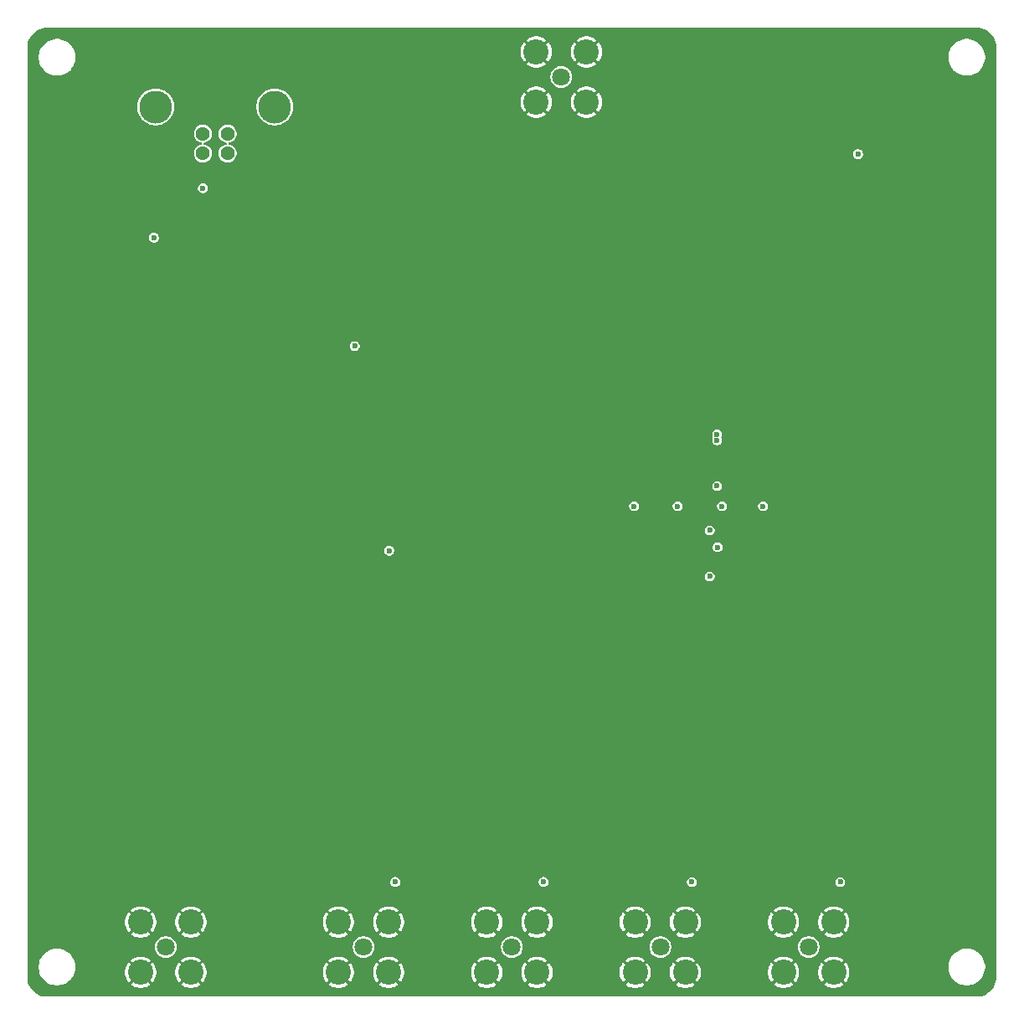
<source format=gbr>
%TF.GenerationSoftware,KiCad,Pcbnew,9.0.1*%
%TF.CreationDate,2025-12-29T16:13:27-06:00*%
%TF.ProjectId,opensync_prototype,6f70656e-7379-46e6-935f-70726f746f74,0.1*%
%TF.SameCoordinates,Original*%
%TF.FileFunction,Copper,L2,Inr*%
%TF.FilePolarity,Positive*%
%FSLAX46Y46*%
G04 Gerber Fmt 4.6, Leading zero omitted, Abs format (unit mm)*
G04 Created by KiCad (PCBNEW 9.0.1) date 2025-12-29 16:13:27*
%MOMM*%
%LPD*%
G01*
G04 APERTURE LIST*
%TA.AperFunction,ComponentPad*%
%ADD10C,0.600000*%
%TD*%
%TA.AperFunction,ComponentPad*%
%ADD11C,1.428000*%
%TD*%
%TA.AperFunction,ComponentPad*%
%ADD12C,3.316000*%
%TD*%
%TA.AperFunction,ComponentPad*%
%ADD13C,1.800000*%
%TD*%
%TA.AperFunction,ComponentPad*%
%ADD14C,2.550000*%
%TD*%
%TA.AperFunction,ViaPad*%
%ADD15C,0.600000*%
%TD*%
G04 APERTURE END LIST*
D10*
%TO.N,GND*%
%TO.C,U2*%
X132133333Y-95733333D03*
X132133333Y-94600000D03*
X132133333Y-93466667D03*
X131000000Y-95733333D03*
X131000000Y-94600000D03*
X131000000Y-93466667D03*
X129866667Y-95733333D03*
X129866667Y-94600000D03*
X129866667Y-93466667D03*
%TD*%
D11*
%TO.N,VBUS*%
%TO.C,J1*%
X80750000Y-58740000D03*
%TO.N,/Power and Data/USB_D-*%
X83250000Y-58740000D03*
%TO.N,/Power and Data/USB_D+*%
X83250000Y-56740000D03*
%TO.N,GND_BUS*%
X80750000Y-56740000D03*
D12*
X88020000Y-54030000D03*
X75980000Y-54030000D03*
%TD*%
D13*
%TO.N,/Microcontroller and Ext. Clock/SAFETY_INTERLOCK*%
%TO.C,J13*%
X117000000Y-51000000D03*
D14*
%TO.N,GND*%
X119540000Y-53540000D03*
X114460000Y-53540000D03*
X114460000Y-48460000D03*
X119540000Y-48460000D03*
%TD*%
D13*
%TO.N,Net-(J6-Pad1)*%
%TO.C,J6*%
X127000000Y-139000000D03*
D14*
%TO.N,GND*%
X129540000Y-136460000D03*
X124460000Y-136460000D03*
X124460000Y-141540000D03*
X129540000Y-141540000D03*
%TD*%
D13*
%TO.N,Net-(J4-Pad1)*%
%TO.C,J4*%
X97000000Y-139000000D03*
D14*
%TO.N,GND*%
X99540000Y-136460000D03*
X94460000Y-136460000D03*
X94460000Y-141540000D03*
X99540000Y-141540000D03*
%TD*%
D13*
%TO.N,Net-(J2-Pad1)*%
%TO.C,J2*%
X77000000Y-139000000D03*
D14*
%TO.N,GND*%
X79540000Y-136460000D03*
X74460000Y-136460000D03*
X74460000Y-141540000D03*
X79540000Y-141540000D03*
%TD*%
D13*
%TO.N,Net-(J7-Pad1)*%
%TO.C,J7*%
X142000000Y-139000000D03*
D14*
%TO.N,GND*%
X144540000Y-136460000D03*
X139460000Y-136460000D03*
X139460000Y-141540000D03*
X144540000Y-141540000D03*
%TD*%
D13*
%TO.N,Net-(J5-Pad1)*%
%TO.C,J5*%
X112000000Y-139000000D03*
D14*
%TO.N,GND*%
X114540000Y-136460000D03*
X109460000Y-136460000D03*
X109460000Y-141540000D03*
X114540000Y-141540000D03*
%TD*%
D15*
%TO.N,GND*%
X94200000Y-80600000D03*
X100200000Y-131400000D03*
X121750000Y-91700000D03*
X147000000Y-53200000D03*
X145150000Y-131400000D03*
X128950000Y-103450000D03*
X142600000Y-129300000D03*
X135900000Y-89300000D03*
X114400000Y-128350000D03*
X128350000Y-105000000D03*
X81950000Y-95100000D03*
X115200000Y-131400000D03*
X128450000Y-107750000D03*
X124750000Y-87200000D03*
X139750000Y-99100000D03*
X77650000Y-131000000D03*
X139950000Y-90300000D03*
X99400000Y-128350000D03*
X130000000Y-84550000D03*
X137100000Y-111750000D03*
X95400000Y-77200000D03*
X121750000Y-94400000D03*
X135050000Y-88050000D03*
X112600000Y-129300000D03*
X133150000Y-103450000D03*
X133850000Y-105000000D03*
X100700000Y-80800000D03*
X125100000Y-101300000D03*
X135050000Y-87450000D03*
X133650000Y-109450000D03*
X74700000Y-105700000D03*
X78300000Y-77600000D03*
X127600000Y-129300000D03*
X99600000Y-91900000D03*
X140150000Y-128800000D03*
X78800000Y-134200000D03*
X121750000Y-96800000D03*
X132000000Y-53200000D03*
X124600000Y-99500000D03*
X110150000Y-128800000D03*
X130150000Y-131400000D03*
X95150000Y-128800000D03*
X129400000Y-128400000D03*
X137150000Y-117200000D03*
X140250000Y-94200000D03*
X74500000Y-126500000D03*
X144400000Y-128400000D03*
X128650000Y-86700000D03*
X124750000Y-88150000D03*
X125150000Y-128800000D03*
X140250000Y-95200000D03*
X124750000Y-86250000D03*
X97600000Y-129300000D03*
%TO.N,+1V1*%
X132750000Y-87750000D03*
X132000000Y-101500000D03*
X133250000Y-94400000D03*
X128750000Y-94400000D03*
X132750000Y-92350000D03*
X124350000Y-94400000D03*
X137400000Y-94400000D03*
X132000000Y-96850000D03*
X132750000Y-87150000D03*
%TO.N,VBUS*%
X80750000Y-62250000D03*
X75800000Y-67250000D03*
%TO.N,+5V*%
X130200000Y-132400000D03*
X145200000Y-132400000D03*
X96100000Y-78200000D03*
X100200000Y-132400000D03*
X115200000Y-132400000D03*
X147000000Y-58800000D03*
%TO.N,/Microcontroller and Ext. Clock/RUN*%
X99600000Y-98900000D03*
X132800000Y-98550000D03*
%TD*%
%TA.AperFunction,Conductor*%
%TO.N,GND*%
G36*
X159003234Y-46000712D02*
G01*
X159254517Y-46017181D01*
X159267342Y-46018870D01*
X159511150Y-46067366D01*
X159523650Y-46070715D01*
X159645120Y-46111949D01*
X159759033Y-46150618D01*
X159770996Y-46155574D01*
X159993929Y-46265512D01*
X160005145Y-46271987D01*
X160211824Y-46410086D01*
X160222097Y-46417969D01*
X160408981Y-46581861D01*
X160418138Y-46591018D01*
X160582030Y-46777902D01*
X160589913Y-46788175D01*
X160728012Y-46994854D01*
X160734487Y-47006070D01*
X160844425Y-47229003D01*
X160849381Y-47240966D01*
X160929282Y-47476344D01*
X160932634Y-47488853D01*
X160981128Y-47732650D01*
X160982818Y-47745489D01*
X160999288Y-47996765D01*
X160999500Y-48003240D01*
X160999500Y-141996759D01*
X160999288Y-142003234D01*
X160982818Y-142254510D01*
X160981128Y-142267349D01*
X160932634Y-142511146D01*
X160929282Y-142523655D01*
X160849381Y-142759033D01*
X160844425Y-142770996D01*
X160734487Y-142993929D01*
X160728012Y-143005145D01*
X160589913Y-143211824D01*
X160582030Y-143222097D01*
X160418138Y-143408981D01*
X160408981Y-143418138D01*
X160222097Y-143582030D01*
X160211824Y-143589913D01*
X160005145Y-143728012D01*
X159993929Y-143734487D01*
X159770996Y-143844425D01*
X159759033Y-143849381D01*
X159523655Y-143929282D01*
X159511146Y-143932634D01*
X159267349Y-143981128D01*
X159254510Y-143982818D01*
X159003234Y-143999288D01*
X158996759Y-143999500D01*
X65003241Y-143999500D01*
X64996766Y-143999288D01*
X64745489Y-143982818D01*
X64732650Y-143981128D01*
X64488853Y-143932634D01*
X64476344Y-143929282D01*
X64240966Y-143849381D01*
X64229003Y-143844425D01*
X64006070Y-143734487D01*
X63994854Y-143728012D01*
X63788175Y-143589913D01*
X63777902Y-143582030D01*
X63591018Y-143418138D01*
X63581861Y-143408981D01*
X63417969Y-143222097D01*
X63410086Y-143211824D01*
X63271987Y-143005145D01*
X63265512Y-142993929D01*
X63155574Y-142770996D01*
X63150618Y-142759033D01*
X63070717Y-142523655D01*
X63067365Y-142511146D01*
X63043268Y-142390000D01*
X63018870Y-142267342D01*
X63017181Y-142254510D01*
X63015098Y-142222731D01*
X63000712Y-142003234D01*
X63000500Y-141996759D01*
X63000500Y-140878710D01*
X64149500Y-140878710D01*
X64149500Y-141121289D01*
X64181161Y-141361781D01*
X64181161Y-141361786D01*
X64243944Y-141596092D01*
X64243948Y-141596105D01*
X64336772Y-141820204D01*
X64336774Y-141820208D01*
X64336776Y-141820212D01*
X64440577Y-142000000D01*
X64458066Y-142030292D01*
X64605729Y-142222731D01*
X64605731Y-142222733D01*
X64605735Y-142222738D01*
X64777262Y-142394265D01*
X64777266Y-142394268D01*
X64777268Y-142394270D01*
X64937877Y-142517509D01*
X64969711Y-142541936D01*
X65179788Y-142663224D01*
X65403900Y-142756054D01*
X65638211Y-142818838D01*
X65878712Y-142850500D01*
X65878713Y-142850500D01*
X66121287Y-142850500D01*
X66121288Y-142850500D01*
X66361789Y-142818838D01*
X66596100Y-142756054D01*
X66759755Y-142688265D01*
X66820208Y-142663226D01*
X66820209Y-142663224D01*
X66820212Y-142663224D01*
X67030289Y-142541936D01*
X67222738Y-142394265D01*
X67394265Y-142222738D01*
X67541936Y-142030289D01*
X67663224Y-141820212D01*
X67756054Y-141596100D01*
X67804301Y-141416041D01*
X72885000Y-141416041D01*
X72885000Y-141663958D01*
X72923781Y-141908810D01*
X73000389Y-142144588D01*
X73112937Y-142365477D01*
X73243157Y-142544708D01*
X73762214Y-142025650D01*
X73799762Y-142081844D01*
X73918156Y-142200238D01*
X73974347Y-142237783D01*
X73455289Y-142756841D01*
X73634522Y-142887062D01*
X73855411Y-142999610D01*
X74091189Y-143076218D01*
X74336042Y-143115000D01*
X74583958Y-143115000D01*
X74828810Y-143076218D01*
X75064588Y-142999610D01*
X75285479Y-142887061D01*
X75285485Y-142887057D01*
X75464709Y-142756842D01*
X75464709Y-142756841D01*
X74945651Y-142237784D01*
X75001844Y-142200238D01*
X75120238Y-142081844D01*
X75157784Y-142025651D01*
X75676841Y-142544709D01*
X75676842Y-142544709D01*
X75807057Y-142365485D01*
X75807061Y-142365479D01*
X75919610Y-142144588D01*
X75996218Y-141908810D01*
X76035000Y-141663958D01*
X76035000Y-141416041D01*
X77965000Y-141416041D01*
X77965000Y-141663958D01*
X78003781Y-141908810D01*
X78080389Y-142144588D01*
X78192937Y-142365477D01*
X78323157Y-142544708D01*
X78842214Y-142025650D01*
X78879762Y-142081844D01*
X78998156Y-142200238D01*
X79054347Y-142237783D01*
X78535289Y-142756841D01*
X78714522Y-142887062D01*
X78935411Y-142999610D01*
X79171189Y-143076218D01*
X79416042Y-143115000D01*
X79663958Y-143115000D01*
X79908810Y-143076218D01*
X80144588Y-142999610D01*
X80365479Y-142887061D01*
X80365485Y-142887057D01*
X80544709Y-142756842D01*
X80544709Y-142756841D01*
X80025651Y-142237784D01*
X80081844Y-142200238D01*
X80200238Y-142081844D01*
X80237784Y-142025651D01*
X80756841Y-142544709D01*
X80756842Y-142544709D01*
X80887057Y-142365485D01*
X80887061Y-142365479D01*
X80999610Y-142144588D01*
X81076218Y-141908810D01*
X81115000Y-141663958D01*
X81115000Y-141416041D01*
X92885000Y-141416041D01*
X92885000Y-141663958D01*
X92923781Y-141908810D01*
X93000389Y-142144588D01*
X93112937Y-142365477D01*
X93243157Y-142544708D01*
X93762214Y-142025650D01*
X93799762Y-142081844D01*
X93918156Y-142200238D01*
X93974347Y-142237783D01*
X93455289Y-142756841D01*
X93634522Y-142887062D01*
X93855411Y-142999610D01*
X94091189Y-143076218D01*
X94336042Y-143115000D01*
X94583958Y-143115000D01*
X94828810Y-143076218D01*
X95064588Y-142999610D01*
X95285479Y-142887061D01*
X95285485Y-142887057D01*
X95464709Y-142756842D01*
X95464709Y-142756841D01*
X94945651Y-142237784D01*
X95001844Y-142200238D01*
X95120238Y-142081844D01*
X95157784Y-142025651D01*
X95676841Y-142544709D01*
X95676842Y-142544709D01*
X95807057Y-142365485D01*
X95807061Y-142365479D01*
X95919610Y-142144588D01*
X95996218Y-141908810D01*
X96035000Y-141663958D01*
X96035000Y-141416041D01*
X97965000Y-141416041D01*
X97965000Y-141663958D01*
X98003781Y-141908810D01*
X98080389Y-142144588D01*
X98192937Y-142365477D01*
X98323157Y-142544708D01*
X98842214Y-142025650D01*
X98879762Y-142081844D01*
X98998156Y-142200238D01*
X99054347Y-142237783D01*
X98535289Y-142756841D01*
X98714522Y-142887062D01*
X98935411Y-142999610D01*
X99171189Y-143076218D01*
X99416042Y-143115000D01*
X99663958Y-143115000D01*
X99908810Y-143076218D01*
X100144588Y-142999610D01*
X100365479Y-142887061D01*
X100365485Y-142887057D01*
X100544709Y-142756842D01*
X100544709Y-142756841D01*
X100025651Y-142237784D01*
X100081844Y-142200238D01*
X100200238Y-142081844D01*
X100237784Y-142025651D01*
X100756841Y-142544709D01*
X100756842Y-142544709D01*
X100887057Y-142365485D01*
X100887061Y-142365479D01*
X100999610Y-142144588D01*
X101076218Y-141908810D01*
X101115000Y-141663958D01*
X101115000Y-141416041D01*
X107885000Y-141416041D01*
X107885000Y-141663958D01*
X107923781Y-141908810D01*
X108000389Y-142144588D01*
X108112937Y-142365477D01*
X108243157Y-142544708D01*
X108762214Y-142025650D01*
X108799762Y-142081844D01*
X108918156Y-142200238D01*
X108974347Y-142237783D01*
X108455289Y-142756841D01*
X108634522Y-142887062D01*
X108855411Y-142999610D01*
X109091189Y-143076218D01*
X109336042Y-143115000D01*
X109583958Y-143115000D01*
X109828810Y-143076218D01*
X110064588Y-142999610D01*
X110285479Y-142887061D01*
X110285485Y-142887057D01*
X110464709Y-142756842D01*
X110464709Y-142756841D01*
X109945651Y-142237784D01*
X110001844Y-142200238D01*
X110120238Y-142081844D01*
X110157784Y-142025651D01*
X110676841Y-142544709D01*
X110676842Y-142544709D01*
X110807057Y-142365485D01*
X110807061Y-142365479D01*
X110919610Y-142144588D01*
X110996218Y-141908810D01*
X111035000Y-141663958D01*
X111035000Y-141416041D01*
X112965000Y-141416041D01*
X112965000Y-141663958D01*
X113003781Y-141908810D01*
X113080389Y-142144588D01*
X113192937Y-142365477D01*
X113323157Y-142544708D01*
X113842214Y-142025650D01*
X113879762Y-142081844D01*
X113998156Y-142200238D01*
X114054347Y-142237783D01*
X113535289Y-142756841D01*
X113714522Y-142887062D01*
X113935411Y-142999610D01*
X114171189Y-143076218D01*
X114416042Y-143115000D01*
X114663958Y-143115000D01*
X114908810Y-143076218D01*
X115144588Y-142999610D01*
X115365479Y-142887061D01*
X115365485Y-142887057D01*
X115544709Y-142756842D01*
X115544709Y-142756841D01*
X115025651Y-142237784D01*
X115081844Y-142200238D01*
X115200238Y-142081844D01*
X115237784Y-142025651D01*
X115756841Y-142544709D01*
X115756842Y-142544709D01*
X115887057Y-142365485D01*
X115887061Y-142365479D01*
X115999610Y-142144588D01*
X116076218Y-141908810D01*
X116115000Y-141663958D01*
X116115000Y-141416041D01*
X122885000Y-141416041D01*
X122885000Y-141663958D01*
X122923781Y-141908810D01*
X123000389Y-142144588D01*
X123112937Y-142365477D01*
X123243157Y-142544708D01*
X123762214Y-142025650D01*
X123799762Y-142081844D01*
X123918156Y-142200238D01*
X123974347Y-142237783D01*
X123455289Y-142756841D01*
X123634522Y-142887062D01*
X123855411Y-142999610D01*
X124091189Y-143076218D01*
X124336042Y-143115000D01*
X124583958Y-143115000D01*
X124828810Y-143076218D01*
X125064588Y-142999610D01*
X125285479Y-142887061D01*
X125285485Y-142887057D01*
X125464709Y-142756842D01*
X125464709Y-142756841D01*
X124945651Y-142237784D01*
X125001844Y-142200238D01*
X125120238Y-142081844D01*
X125157784Y-142025651D01*
X125676841Y-142544709D01*
X125676842Y-142544709D01*
X125807057Y-142365485D01*
X125807061Y-142365479D01*
X125919610Y-142144588D01*
X125996218Y-141908810D01*
X126035000Y-141663958D01*
X126035000Y-141416041D01*
X127965000Y-141416041D01*
X127965000Y-141663958D01*
X128003781Y-141908810D01*
X128080389Y-142144588D01*
X128192937Y-142365477D01*
X128323157Y-142544708D01*
X128842214Y-142025650D01*
X128879762Y-142081844D01*
X128998156Y-142200238D01*
X129054347Y-142237783D01*
X128535289Y-142756841D01*
X128714522Y-142887062D01*
X128935411Y-142999610D01*
X129171189Y-143076218D01*
X129416042Y-143115000D01*
X129663958Y-143115000D01*
X129908810Y-143076218D01*
X130144588Y-142999610D01*
X130365479Y-142887061D01*
X130365485Y-142887057D01*
X130544709Y-142756842D01*
X130544709Y-142756841D01*
X130025651Y-142237784D01*
X130081844Y-142200238D01*
X130200238Y-142081844D01*
X130237784Y-142025651D01*
X130756841Y-142544709D01*
X130756842Y-142544709D01*
X130887057Y-142365485D01*
X130887061Y-142365479D01*
X130999610Y-142144588D01*
X131076218Y-141908810D01*
X131115000Y-141663958D01*
X131115000Y-141416041D01*
X137885000Y-141416041D01*
X137885000Y-141663958D01*
X137923781Y-141908810D01*
X138000389Y-142144588D01*
X138112937Y-142365477D01*
X138243157Y-142544708D01*
X138762214Y-142025650D01*
X138799762Y-142081844D01*
X138918156Y-142200238D01*
X138974347Y-142237783D01*
X138455289Y-142756841D01*
X138634522Y-142887062D01*
X138855411Y-142999610D01*
X139091189Y-143076218D01*
X139336042Y-143115000D01*
X139583958Y-143115000D01*
X139828810Y-143076218D01*
X140064588Y-142999610D01*
X140285479Y-142887061D01*
X140285485Y-142887057D01*
X140464709Y-142756842D01*
X140464709Y-142756841D01*
X139945651Y-142237784D01*
X140001844Y-142200238D01*
X140120238Y-142081844D01*
X140157784Y-142025651D01*
X140676841Y-142544709D01*
X140676842Y-142544709D01*
X140807057Y-142365485D01*
X140807061Y-142365479D01*
X140919610Y-142144588D01*
X140996218Y-141908810D01*
X141035000Y-141663958D01*
X141035000Y-141416041D01*
X142965000Y-141416041D01*
X142965000Y-141663958D01*
X143003781Y-141908810D01*
X143080389Y-142144588D01*
X143192937Y-142365477D01*
X143323157Y-142544708D01*
X143842214Y-142025650D01*
X143879762Y-142081844D01*
X143998156Y-142200238D01*
X144054347Y-142237783D01*
X143535289Y-142756841D01*
X143714522Y-142887062D01*
X143935411Y-142999610D01*
X144171189Y-143076218D01*
X144416042Y-143115000D01*
X144663958Y-143115000D01*
X144908810Y-143076218D01*
X145144588Y-142999610D01*
X145365479Y-142887061D01*
X145365485Y-142887057D01*
X145544709Y-142756842D01*
X145544709Y-142756841D01*
X145025651Y-142237784D01*
X145081844Y-142200238D01*
X145200238Y-142081844D01*
X145237784Y-142025651D01*
X145756841Y-142544709D01*
X145756842Y-142544709D01*
X145887057Y-142365485D01*
X145887061Y-142365479D01*
X145999610Y-142144588D01*
X146076218Y-141908810D01*
X146115000Y-141663958D01*
X146115000Y-141416041D01*
X146076218Y-141171189D01*
X145999609Y-140935408D01*
X145991971Y-140920417D01*
X145991970Y-140920416D01*
X145970720Y-140878710D01*
X156149500Y-140878710D01*
X156149500Y-141121289D01*
X156181161Y-141361781D01*
X156181161Y-141361786D01*
X156243944Y-141596092D01*
X156243948Y-141596105D01*
X156336772Y-141820204D01*
X156336774Y-141820208D01*
X156336776Y-141820212D01*
X156440577Y-142000000D01*
X156458066Y-142030292D01*
X156605729Y-142222731D01*
X156605731Y-142222733D01*
X156605735Y-142222738D01*
X156777262Y-142394265D01*
X156777266Y-142394268D01*
X156777268Y-142394270D01*
X156937877Y-142517509D01*
X156969711Y-142541936D01*
X157179788Y-142663224D01*
X157403900Y-142756054D01*
X157638211Y-142818838D01*
X157878712Y-142850500D01*
X157878713Y-142850500D01*
X158121287Y-142850500D01*
X158121288Y-142850500D01*
X158361789Y-142818838D01*
X158596100Y-142756054D01*
X158820212Y-142663224D01*
X159030289Y-142541936D01*
X159222738Y-142394265D01*
X159394265Y-142222738D01*
X159541936Y-142030289D01*
X159663224Y-141820212D01*
X159756054Y-141596100D01*
X159818838Y-141361789D01*
X159850500Y-141121288D01*
X159850500Y-140878712D01*
X159818838Y-140638211D01*
X159756054Y-140403900D01*
X159668671Y-140192938D01*
X159663227Y-140179795D01*
X159663226Y-140179794D01*
X159663224Y-140179788D01*
X159541936Y-139969711D01*
X159394265Y-139777262D01*
X159222738Y-139605735D01*
X159222733Y-139605731D01*
X159222731Y-139605729D01*
X159030292Y-139458066D01*
X159030289Y-139458064D01*
X158820212Y-139336776D01*
X158820208Y-139336774D01*
X158820204Y-139336772D01*
X158596105Y-139243948D01*
X158596104Y-139243947D01*
X158596100Y-139243946D01*
X158361789Y-139181162D01*
X158361786Y-139181161D01*
X158361784Y-139181161D01*
X158121289Y-139149500D01*
X158121288Y-139149500D01*
X157878712Y-139149500D01*
X157878710Y-139149500D01*
X157638218Y-139181161D01*
X157638213Y-139181161D01*
X157403907Y-139243944D01*
X157403894Y-139243948D01*
X157179795Y-139336772D01*
X156969707Y-139458066D01*
X156777268Y-139605729D01*
X156605729Y-139777268D01*
X156458066Y-139969707D01*
X156336772Y-140179795D01*
X156243948Y-140403894D01*
X156243944Y-140403907D01*
X156181161Y-140638213D01*
X156181161Y-140638218D01*
X156149500Y-140878710D01*
X145970720Y-140878710D01*
X145887062Y-140714522D01*
X145756841Y-140535289D01*
X145237783Y-141054347D01*
X145200238Y-140998156D01*
X145081844Y-140879762D01*
X145025650Y-140842214D01*
X145544708Y-140323157D01*
X145365477Y-140192937D01*
X145144588Y-140080389D01*
X144908810Y-140003781D01*
X144663958Y-139965000D01*
X144416042Y-139965000D01*
X144171189Y-140003781D01*
X143935411Y-140080389D01*
X143714520Y-140192938D01*
X143714516Y-140192940D01*
X143535289Y-140323156D01*
X144054348Y-140842215D01*
X143998156Y-140879762D01*
X143879762Y-140998156D01*
X143842215Y-141054348D01*
X143323156Y-140535289D01*
X143192940Y-140714516D01*
X143192938Y-140714520D01*
X143080389Y-140935411D01*
X143003781Y-141171189D01*
X142965000Y-141416041D01*
X141035000Y-141416041D01*
X140996218Y-141171189D01*
X140919610Y-140935411D01*
X140807062Y-140714522D01*
X140676841Y-140535289D01*
X140157783Y-141054347D01*
X140120238Y-140998156D01*
X140001844Y-140879762D01*
X139945650Y-140842214D01*
X140464708Y-140323157D01*
X140285477Y-140192937D01*
X140064588Y-140080389D01*
X139828810Y-140003781D01*
X139583958Y-139965000D01*
X139336042Y-139965000D01*
X139091189Y-140003781D01*
X138855411Y-140080389D01*
X138634520Y-140192938D01*
X138634516Y-140192940D01*
X138455289Y-140323156D01*
X138974348Y-140842215D01*
X138918156Y-140879762D01*
X138799762Y-140998156D01*
X138762215Y-141054348D01*
X138243156Y-140535289D01*
X138112940Y-140714516D01*
X138112938Y-140714520D01*
X138000389Y-140935411D01*
X137923781Y-141171189D01*
X137885000Y-141416041D01*
X131115000Y-141416041D01*
X131076218Y-141171189D01*
X130999610Y-140935411D01*
X130887062Y-140714522D01*
X130756841Y-140535289D01*
X130237783Y-141054347D01*
X130200238Y-140998156D01*
X130081844Y-140879762D01*
X130025650Y-140842214D01*
X130544708Y-140323157D01*
X130365477Y-140192937D01*
X130144588Y-140080389D01*
X129908810Y-140003781D01*
X129663958Y-139965000D01*
X129416042Y-139965000D01*
X129171189Y-140003781D01*
X128935411Y-140080389D01*
X128714520Y-140192938D01*
X128714516Y-140192940D01*
X128535289Y-140323156D01*
X129054348Y-140842215D01*
X128998156Y-140879762D01*
X128879762Y-140998156D01*
X128842215Y-141054348D01*
X128323156Y-140535289D01*
X128192940Y-140714516D01*
X128192938Y-140714520D01*
X128080389Y-140935411D01*
X128003781Y-141171189D01*
X127965000Y-141416041D01*
X126035000Y-141416041D01*
X125996218Y-141171189D01*
X125919610Y-140935411D01*
X125807062Y-140714522D01*
X125676841Y-140535289D01*
X125157783Y-141054347D01*
X125120238Y-140998156D01*
X125001844Y-140879762D01*
X124945650Y-140842214D01*
X125464708Y-140323157D01*
X125285477Y-140192937D01*
X125064588Y-140080389D01*
X124828810Y-140003781D01*
X124583958Y-139965000D01*
X124336042Y-139965000D01*
X124091189Y-140003781D01*
X123855411Y-140080389D01*
X123634520Y-140192938D01*
X123634516Y-140192940D01*
X123455289Y-140323156D01*
X123974348Y-140842215D01*
X123918156Y-140879762D01*
X123799762Y-140998156D01*
X123762215Y-141054348D01*
X123243156Y-140535289D01*
X123112940Y-140714516D01*
X123112938Y-140714520D01*
X123000389Y-140935411D01*
X122923781Y-141171189D01*
X122885000Y-141416041D01*
X116115000Y-141416041D01*
X116076218Y-141171189D01*
X115999610Y-140935411D01*
X115887062Y-140714522D01*
X115756841Y-140535289D01*
X115237783Y-141054347D01*
X115200238Y-140998156D01*
X115081844Y-140879762D01*
X115025650Y-140842214D01*
X115544708Y-140323157D01*
X115365477Y-140192937D01*
X115144588Y-140080389D01*
X114908810Y-140003781D01*
X114663958Y-139965000D01*
X114416042Y-139965000D01*
X114171189Y-140003781D01*
X113935411Y-140080389D01*
X113714520Y-140192938D01*
X113714516Y-140192940D01*
X113535289Y-140323156D01*
X114054348Y-140842215D01*
X113998156Y-140879762D01*
X113879762Y-140998156D01*
X113842215Y-141054348D01*
X113323156Y-140535289D01*
X113192940Y-140714516D01*
X113192938Y-140714520D01*
X113080389Y-140935411D01*
X113003781Y-141171189D01*
X112965000Y-141416041D01*
X111035000Y-141416041D01*
X110996218Y-141171189D01*
X110919610Y-140935411D01*
X110807062Y-140714522D01*
X110676841Y-140535289D01*
X110157783Y-141054347D01*
X110120238Y-140998156D01*
X110001844Y-140879762D01*
X109945650Y-140842214D01*
X110464708Y-140323157D01*
X110285477Y-140192937D01*
X110064588Y-140080389D01*
X109828810Y-140003781D01*
X109583958Y-139965000D01*
X109336042Y-139965000D01*
X109091189Y-140003781D01*
X108855411Y-140080389D01*
X108634520Y-140192938D01*
X108634516Y-140192940D01*
X108455289Y-140323156D01*
X108974348Y-140842215D01*
X108918156Y-140879762D01*
X108799762Y-140998156D01*
X108762215Y-141054348D01*
X108243156Y-140535289D01*
X108112940Y-140714516D01*
X108112938Y-140714520D01*
X108000389Y-140935411D01*
X107923781Y-141171189D01*
X107885000Y-141416041D01*
X101115000Y-141416041D01*
X101076218Y-141171189D01*
X100999610Y-140935411D01*
X100887062Y-140714522D01*
X100756841Y-140535289D01*
X100237783Y-141054347D01*
X100200238Y-140998156D01*
X100081844Y-140879762D01*
X100025650Y-140842214D01*
X100544708Y-140323157D01*
X100365477Y-140192937D01*
X100144588Y-140080389D01*
X99908810Y-140003781D01*
X99663958Y-139965000D01*
X99416042Y-139965000D01*
X99171189Y-140003781D01*
X98935411Y-140080389D01*
X98714520Y-140192938D01*
X98714516Y-140192940D01*
X98535289Y-140323156D01*
X99054348Y-140842215D01*
X98998156Y-140879762D01*
X98879762Y-140998156D01*
X98842215Y-141054348D01*
X98323156Y-140535289D01*
X98192940Y-140714516D01*
X98192938Y-140714520D01*
X98080389Y-140935411D01*
X98003781Y-141171189D01*
X97965000Y-141416041D01*
X96035000Y-141416041D01*
X95996218Y-141171189D01*
X95919610Y-140935411D01*
X95807062Y-140714522D01*
X95676841Y-140535289D01*
X95157783Y-141054347D01*
X95120238Y-140998156D01*
X95001844Y-140879762D01*
X94945650Y-140842214D01*
X95464708Y-140323157D01*
X95285477Y-140192937D01*
X95064588Y-140080389D01*
X94828810Y-140003781D01*
X94583958Y-139965000D01*
X94336042Y-139965000D01*
X94091189Y-140003781D01*
X93855411Y-140080389D01*
X93634520Y-140192938D01*
X93634516Y-140192940D01*
X93455289Y-140323156D01*
X93974348Y-140842215D01*
X93918156Y-140879762D01*
X93799762Y-140998156D01*
X93762215Y-141054348D01*
X93243156Y-140535289D01*
X93112940Y-140714516D01*
X93112938Y-140714520D01*
X93000389Y-140935411D01*
X92923781Y-141171189D01*
X92885000Y-141416041D01*
X81115000Y-141416041D01*
X81076218Y-141171189D01*
X80999610Y-140935411D01*
X80887062Y-140714522D01*
X80756841Y-140535289D01*
X80237783Y-141054347D01*
X80200238Y-140998156D01*
X80081844Y-140879762D01*
X80025650Y-140842214D01*
X80544708Y-140323157D01*
X80365477Y-140192937D01*
X80144588Y-140080389D01*
X79908810Y-140003781D01*
X79663958Y-139965000D01*
X79416042Y-139965000D01*
X79171189Y-140003781D01*
X78935411Y-140080389D01*
X78714520Y-140192938D01*
X78714516Y-140192940D01*
X78535289Y-140323156D01*
X79054348Y-140842215D01*
X78998156Y-140879762D01*
X78879762Y-140998156D01*
X78842215Y-141054348D01*
X78323156Y-140535289D01*
X78192940Y-140714516D01*
X78192938Y-140714520D01*
X78080389Y-140935411D01*
X78003781Y-141171189D01*
X77965000Y-141416041D01*
X76035000Y-141416041D01*
X75996218Y-141171189D01*
X75919610Y-140935411D01*
X75807062Y-140714522D01*
X75676841Y-140535289D01*
X75157783Y-141054347D01*
X75120238Y-140998156D01*
X75001844Y-140879762D01*
X74945650Y-140842214D01*
X75464708Y-140323157D01*
X75285477Y-140192937D01*
X75064588Y-140080389D01*
X74828810Y-140003781D01*
X74583958Y-139965000D01*
X74336042Y-139965000D01*
X74091189Y-140003781D01*
X73855411Y-140080389D01*
X73634520Y-140192938D01*
X73634516Y-140192940D01*
X73455289Y-140323156D01*
X73974348Y-140842215D01*
X73918156Y-140879762D01*
X73799762Y-140998156D01*
X73762215Y-141054348D01*
X73243156Y-140535289D01*
X73112940Y-140714516D01*
X73112938Y-140714520D01*
X73000389Y-140935411D01*
X72923781Y-141171189D01*
X72885000Y-141416041D01*
X67804301Y-141416041D01*
X67818838Y-141361789D01*
X67850500Y-141121288D01*
X67850500Y-140878712D01*
X67818838Y-140638211D01*
X67756054Y-140403900D01*
X67668671Y-140192938D01*
X67663227Y-140179795D01*
X67663226Y-140179794D01*
X67663224Y-140179788D01*
X67541936Y-139969711D01*
X67394265Y-139777262D01*
X67222738Y-139605735D01*
X67222733Y-139605731D01*
X67222731Y-139605729D01*
X67030292Y-139458066D01*
X67030289Y-139458064D01*
X66820212Y-139336776D01*
X66820208Y-139336774D01*
X66820204Y-139336772D01*
X66596105Y-139243948D01*
X66596104Y-139243947D01*
X66596100Y-139243946D01*
X66361789Y-139181162D01*
X66361786Y-139181161D01*
X66361784Y-139181161D01*
X66121289Y-139149500D01*
X66121288Y-139149500D01*
X65878712Y-139149500D01*
X65878710Y-139149500D01*
X65638218Y-139181161D01*
X65638213Y-139181161D01*
X65403907Y-139243944D01*
X65403894Y-139243948D01*
X65179795Y-139336772D01*
X64969707Y-139458066D01*
X64777268Y-139605729D01*
X64605729Y-139777268D01*
X64458066Y-139969707D01*
X64336772Y-140179795D01*
X64243948Y-140403894D01*
X64243944Y-140403907D01*
X64181161Y-140638213D01*
X64181161Y-140638218D01*
X64149500Y-140878710D01*
X63000500Y-140878710D01*
X63000500Y-138913385D01*
X75899500Y-138913385D01*
X75899500Y-139086614D01*
X75926597Y-139257702D01*
X75926598Y-139257706D01*
X75980123Y-139422438D01*
X75980125Y-139422441D01*
X75980126Y-139422444D01*
X75980127Y-139422445D01*
X76058768Y-139576788D01*
X76160586Y-139716928D01*
X76283072Y-139839414D01*
X76423212Y-139941232D01*
X76577555Y-140019873D01*
X76577557Y-140019873D01*
X76577558Y-140019874D01*
X76577561Y-140019876D01*
X76742293Y-140073401D01*
X76742297Y-140073402D01*
X76913386Y-140100500D01*
X76913389Y-140100500D01*
X77086614Y-140100500D01*
X77257702Y-140073402D01*
X77257706Y-140073401D01*
X77422438Y-140019876D01*
X77422440Y-140019874D01*
X77422445Y-140019873D01*
X77576788Y-139941232D01*
X77716928Y-139839414D01*
X77839414Y-139716928D01*
X77941232Y-139576788D01*
X78019873Y-139422445D01*
X78019874Y-139422440D01*
X78019876Y-139422438D01*
X78073401Y-139257706D01*
X78073402Y-139257702D01*
X78100500Y-139086614D01*
X78100500Y-138913385D01*
X95899500Y-138913385D01*
X95899500Y-139086614D01*
X95926597Y-139257702D01*
X95926598Y-139257706D01*
X95980123Y-139422438D01*
X95980125Y-139422441D01*
X95980126Y-139422444D01*
X95980127Y-139422445D01*
X96058768Y-139576788D01*
X96160586Y-139716928D01*
X96283072Y-139839414D01*
X96423212Y-139941232D01*
X96577555Y-140019873D01*
X96577557Y-140019873D01*
X96577558Y-140019874D01*
X96577561Y-140019876D01*
X96742293Y-140073401D01*
X96742297Y-140073402D01*
X96913386Y-140100500D01*
X96913389Y-140100500D01*
X97086614Y-140100500D01*
X97257702Y-140073402D01*
X97257706Y-140073401D01*
X97422438Y-140019876D01*
X97422440Y-140019874D01*
X97422445Y-140019873D01*
X97576788Y-139941232D01*
X97716928Y-139839414D01*
X97839414Y-139716928D01*
X97941232Y-139576788D01*
X98019873Y-139422445D01*
X98019874Y-139422440D01*
X98019876Y-139422438D01*
X98073401Y-139257706D01*
X98073402Y-139257702D01*
X98100500Y-139086614D01*
X98100500Y-138913385D01*
X110899500Y-138913385D01*
X110899500Y-139086614D01*
X110926597Y-139257702D01*
X110926598Y-139257706D01*
X110980123Y-139422438D01*
X110980125Y-139422441D01*
X110980126Y-139422444D01*
X110980127Y-139422445D01*
X111058768Y-139576788D01*
X111160586Y-139716928D01*
X111283072Y-139839414D01*
X111423212Y-139941232D01*
X111577555Y-140019873D01*
X111577557Y-140019873D01*
X111577558Y-140019874D01*
X111577561Y-140019876D01*
X111742293Y-140073401D01*
X111742297Y-140073402D01*
X111913386Y-140100500D01*
X111913389Y-140100500D01*
X112086614Y-140100500D01*
X112257702Y-140073402D01*
X112257706Y-140073401D01*
X112422438Y-140019876D01*
X112422440Y-140019874D01*
X112422445Y-140019873D01*
X112576788Y-139941232D01*
X112716928Y-139839414D01*
X112839414Y-139716928D01*
X112941232Y-139576788D01*
X113019873Y-139422445D01*
X113019874Y-139422440D01*
X113019876Y-139422438D01*
X113073401Y-139257706D01*
X113073402Y-139257702D01*
X113100500Y-139086614D01*
X113100500Y-138913385D01*
X125899500Y-138913385D01*
X125899500Y-139086614D01*
X125926597Y-139257702D01*
X125926598Y-139257706D01*
X125980123Y-139422438D01*
X125980125Y-139422441D01*
X125980126Y-139422444D01*
X125980127Y-139422445D01*
X126058768Y-139576788D01*
X126160586Y-139716928D01*
X126283072Y-139839414D01*
X126423212Y-139941232D01*
X126577555Y-140019873D01*
X126577557Y-140019873D01*
X126577558Y-140019874D01*
X126577561Y-140019876D01*
X126742293Y-140073401D01*
X126742297Y-140073402D01*
X126913386Y-140100500D01*
X126913389Y-140100500D01*
X127086614Y-140100500D01*
X127257702Y-140073402D01*
X127257706Y-140073401D01*
X127422438Y-140019876D01*
X127422440Y-140019874D01*
X127422445Y-140019873D01*
X127576788Y-139941232D01*
X127716928Y-139839414D01*
X127839414Y-139716928D01*
X127941232Y-139576788D01*
X128019873Y-139422445D01*
X128019874Y-139422440D01*
X128019876Y-139422438D01*
X128073401Y-139257706D01*
X128073402Y-139257702D01*
X128100500Y-139086614D01*
X128100500Y-138913385D01*
X140899500Y-138913385D01*
X140899500Y-139086614D01*
X140926597Y-139257702D01*
X140926598Y-139257706D01*
X140980123Y-139422438D01*
X140980125Y-139422441D01*
X140980126Y-139422444D01*
X140980127Y-139422445D01*
X141058768Y-139576788D01*
X141160586Y-139716928D01*
X141283072Y-139839414D01*
X141423212Y-139941232D01*
X141577555Y-140019873D01*
X141577557Y-140019873D01*
X141577558Y-140019874D01*
X141577561Y-140019876D01*
X141742293Y-140073401D01*
X141742297Y-140073402D01*
X141913386Y-140100500D01*
X141913389Y-140100500D01*
X142086614Y-140100500D01*
X142257702Y-140073402D01*
X142257706Y-140073401D01*
X142422438Y-140019876D01*
X142422440Y-140019874D01*
X142422445Y-140019873D01*
X142576788Y-139941232D01*
X142716928Y-139839414D01*
X142839414Y-139716928D01*
X142941232Y-139576788D01*
X143019873Y-139422445D01*
X143019874Y-139422440D01*
X143019876Y-139422438D01*
X143073401Y-139257706D01*
X143073402Y-139257702D01*
X143100500Y-139086614D01*
X143100500Y-138913385D01*
X143073402Y-138742297D01*
X143073401Y-138742293D01*
X143019876Y-138577561D01*
X143019874Y-138577558D01*
X143019873Y-138577557D01*
X143019873Y-138577555D01*
X142941232Y-138423212D01*
X142839414Y-138283072D01*
X142716928Y-138160586D01*
X142576788Y-138058768D01*
X142576787Y-138058767D01*
X142576785Y-138058766D01*
X142422441Y-137980125D01*
X142422438Y-137980123D01*
X142257706Y-137926598D01*
X142257702Y-137926597D01*
X142086614Y-137899500D01*
X142086611Y-137899500D01*
X141913389Y-137899500D01*
X141913386Y-137899500D01*
X141742297Y-137926597D01*
X141742293Y-137926598D01*
X141577561Y-137980123D01*
X141577558Y-137980125D01*
X141423214Y-138058766D01*
X141283073Y-138160585D01*
X141160585Y-138283073D01*
X141058766Y-138423214D01*
X140980125Y-138577558D01*
X140980123Y-138577561D01*
X140926598Y-138742293D01*
X140926597Y-138742297D01*
X140899500Y-138913385D01*
X128100500Y-138913385D01*
X128073402Y-138742297D01*
X128073401Y-138742293D01*
X128019876Y-138577561D01*
X128019874Y-138577558D01*
X128019873Y-138577557D01*
X128019873Y-138577555D01*
X127941232Y-138423212D01*
X127839414Y-138283072D01*
X127716928Y-138160586D01*
X127576788Y-138058768D01*
X127576787Y-138058767D01*
X127576785Y-138058766D01*
X127422441Y-137980125D01*
X127422438Y-137980123D01*
X127257706Y-137926598D01*
X127257702Y-137926597D01*
X127086614Y-137899500D01*
X127086611Y-137899500D01*
X126913389Y-137899500D01*
X126913386Y-137899500D01*
X126742297Y-137926597D01*
X126742293Y-137926598D01*
X126577561Y-137980123D01*
X126577558Y-137980125D01*
X126423214Y-138058766D01*
X126283073Y-138160585D01*
X126160585Y-138283073D01*
X126058766Y-138423214D01*
X125980125Y-138577558D01*
X125980123Y-138577561D01*
X125926598Y-138742293D01*
X125926597Y-138742297D01*
X125899500Y-138913385D01*
X113100500Y-138913385D01*
X113073402Y-138742297D01*
X113073401Y-138742293D01*
X113019876Y-138577561D01*
X113019874Y-138577558D01*
X113019873Y-138577557D01*
X113019873Y-138577555D01*
X112941232Y-138423212D01*
X112839414Y-138283072D01*
X112716928Y-138160586D01*
X112576788Y-138058768D01*
X112576787Y-138058767D01*
X112576785Y-138058766D01*
X112422441Y-137980125D01*
X112422438Y-137980123D01*
X112257706Y-137926598D01*
X112257702Y-137926597D01*
X112086614Y-137899500D01*
X112086611Y-137899500D01*
X111913389Y-137899500D01*
X111913386Y-137899500D01*
X111742297Y-137926597D01*
X111742293Y-137926598D01*
X111577561Y-137980123D01*
X111577558Y-137980125D01*
X111423214Y-138058766D01*
X111283073Y-138160585D01*
X111160585Y-138283073D01*
X111058766Y-138423214D01*
X110980125Y-138577558D01*
X110980123Y-138577561D01*
X110926598Y-138742293D01*
X110926597Y-138742297D01*
X110899500Y-138913385D01*
X98100500Y-138913385D01*
X98073402Y-138742297D01*
X98073401Y-138742293D01*
X98019876Y-138577561D01*
X98019874Y-138577558D01*
X98019873Y-138577557D01*
X98019873Y-138577555D01*
X97941232Y-138423212D01*
X97839414Y-138283072D01*
X97716928Y-138160586D01*
X97576788Y-138058768D01*
X97576787Y-138058767D01*
X97576785Y-138058766D01*
X97422441Y-137980125D01*
X97422438Y-137980123D01*
X97257706Y-137926598D01*
X97257702Y-137926597D01*
X97086614Y-137899500D01*
X97086611Y-137899500D01*
X96913389Y-137899500D01*
X96913386Y-137899500D01*
X96742297Y-137926597D01*
X96742293Y-137926598D01*
X96577561Y-137980123D01*
X96577558Y-137980125D01*
X96423214Y-138058766D01*
X96283073Y-138160585D01*
X96160585Y-138283073D01*
X96058766Y-138423214D01*
X95980125Y-138577558D01*
X95980123Y-138577561D01*
X95926598Y-138742293D01*
X95926597Y-138742297D01*
X95899500Y-138913385D01*
X78100500Y-138913385D01*
X78073402Y-138742297D01*
X78073401Y-138742293D01*
X78019876Y-138577561D01*
X78019874Y-138577558D01*
X78019873Y-138577557D01*
X78019873Y-138577555D01*
X77941232Y-138423212D01*
X77839414Y-138283072D01*
X77716928Y-138160586D01*
X77576788Y-138058768D01*
X77576787Y-138058767D01*
X77576785Y-138058766D01*
X77422441Y-137980125D01*
X77422438Y-137980123D01*
X77257706Y-137926598D01*
X77257702Y-137926597D01*
X77086614Y-137899500D01*
X77086611Y-137899500D01*
X76913389Y-137899500D01*
X76913386Y-137899500D01*
X76742297Y-137926597D01*
X76742293Y-137926598D01*
X76577561Y-137980123D01*
X76577558Y-137980125D01*
X76423214Y-138058766D01*
X76283073Y-138160585D01*
X76160585Y-138283073D01*
X76058766Y-138423214D01*
X75980125Y-138577558D01*
X75980123Y-138577561D01*
X75926598Y-138742293D01*
X75926597Y-138742297D01*
X75899500Y-138913385D01*
X63000500Y-138913385D01*
X63000500Y-136336041D01*
X72885000Y-136336041D01*
X72885000Y-136583958D01*
X72923781Y-136828810D01*
X73000389Y-137064588D01*
X73112937Y-137285477D01*
X73243157Y-137464708D01*
X73762214Y-136945650D01*
X73799762Y-137001844D01*
X73918156Y-137120238D01*
X73974347Y-137157783D01*
X73455289Y-137676841D01*
X73634522Y-137807062D01*
X73855411Y-137919610D01*
X74091189Y-137996218D01*
X74336042Y-138035000D01*
X74583958Y-138035000D01*
X74828810Y-137996218D01*
X75064588Y-137919610D01*
X75285479Y-137807061D01*
X75285485Y-137807057D01*
X75464709Y-137676842D01*
X75464709Y-137676841D01*
X74945651Y-137157784D01*
X75001844Y-137120238D01*
X75120238Y-137001844D01*
X75157784Y-136945651D01*
X75676841Y-137464709D01*
X75676842Y-137464709D01*
X75807057Y-137285485D01*
X75807061Y-137285479D01*
X75919610Y-137064588D01*
X75996218Y-136828810D01*
X76035000Y-136583958D01*
X76035000Y-136336041D01*
X77965000Y-136336041D01*
X77965000Y-136583958D01*
X78003781Y-136828810D01*
X78080389Y-137064588D01*
X78192937Y-137285477D01*
X78323157Y-137464708D01*
X78842214Y-136945650D01*
X78879762Y-137001844D01*
X78998156Y-137120238D01*
X79054347Y-137157783D01*
X78535289Y-137676841D01*
X78714522Y-137807062D01*
X78935411Y-137919610D01*
X79171189Y-137996218D01*
X79416042Y-138035000D01*
X79663958Y-138035000D01*
X79908810Y-137996218D01*
X80144588Y-137919610D01*
X80365479Y-137807061D01*
X80365485Y-137807057D01*
X80544709Y-137676842D01*
X80544709Y-137676841D01*
X80025651Y-137157784D01*
X80081844Y-137120238D01*
X80200238Y-137001844D01*
X80237784Y-136945651D01*
X80756841Y-137464709D01*
X80756842Y-137464709D01*
X80887057Y-137285485D01*
X80887061Y-137285479D01*
X80999610Y-137064588D01*
X81076218Y-136828810D01*
X81115000Y-136583958D01*
X81115000Y-136336041D01*
X92885000Y-136336041D01*
X92885000Y-136583958D01*
X92923781Y-136828810D01*
X93000389Y-137064588D01*
X93112937Y-137285477D01*
X93243157Y-137464708D01*
X93762214Y-136945650D01*
X93799762Y-137001844D01*
X93918156Y-137120238D01*
X93974347Y-137157783D01*
X93455289Y-137676841D01*
X93634522Y-137807062D01*
X93855411Y-137919610D01*
X94091189Y-137996218D01*
X94336042Y-138035000D01*
X94583958Y-138035000D01*
X94828810Y-137996218D01*
X95064588Y-137919610D01*
X95285479Y-137807061D01*
X95285485Y-137807057D01*
X95464709Y-137676842D01*
X95464709Y-137676841D01*
X94945651Y-137157784D01*
X95001844Y-137120238D01*
X95120238Y-137001844D01*
X95157784Y-136945651D01*
X95676841Y-137464709D01*
X95676842Y-137464709D01*
X95807057Y-137285485D01*
X95807061Y-137285479D01*
X95919610Y-137064588D01*
X95996218Y-136828810D01*
X96035000Y-136583958D01*
X96035000Y-136336041D01*
X97965000Y-136336041D01*
X97965000Y-136583958D01*
X98003781Y-136828810D01*
X98080389Y-137064588D01*
X98192937Y-137285477D01*
X98323157Y-137464708D01*
X98842214Y-136945650D01*
X98879762Y-137001844D01*
X98998156Y-137120238D01*
X99054347Y-137157783D01*
X98535289Y-137676841D01*
X98714522Y-137807062D01*
X98935411Y-137919610D01*
X99171189Y-137996218D01*
X99416042Y-138035000D01*
X99663958Y-138035000D01*
X99908810Y-137996218D01*
X100144588Y-137919610D01*
X100365479Y-137807061D01*
X100365485Y-137807057D01*
X100544709Y-137676842D01*
X100544709Y-137676841D01*
X100025651Y-137157784D01*
X100081844Y-137120238D01*
X100200238Y-137001844D01*
X100237784Y-136945651D01*
X100756841Y-137464709D01*
X100756842Y-137464709D01*
X100887057Y-137285485D01*
X100887061Y-137285479D01*
X100999610Y-137064588D01*
X101076218Y-136828810D01*
X101115000Y-136583958D01*
X101115000Y-136336041D01*
X107885000Y-136336041D01*
X107885000Y-136583958D01*
X107923781Y-136828810D01*
X108000389Y-137064588D01*
X108112937Y-137285477D01*
X108243157Y-137464708D01*
X108762214Y-136945650D01*
X108799762Y-137001844D01*
X108918156Y-137120238D01*
X108974347Y-137157783D01*
X108455289Y-137676841D01*
X108634522Y-137807062D01*
X108855411Y-137919610D01*
X109091189Y-137996218D01*
X109336042Y-138035000D01*
X109583958Y-138035000D01*
X109828810Y-137996218D01*
X110064588Y-137919610D01*
X110285479Y-137807061D01*
X110285485Y-137807057D01*
X110464709Y-137676842D01*
X110464709Y-137676841D01*
X109945651Y-137157784D01*
X110001844Y-137120238D01*
X110120238Y-137001844D01*
X110157784Y-136945651D01*
X110676841Y-137464709D01*
X110676842Y-137464709D01*
X110807057Y-137285485D01*
X110807061Y-137285479D01*
X110919610Y-137064588D01*
X110996218Y-136828810D01*
X111035000Y-136583958D01*
X111035000Y-136336041D01*
X112965000Y-136336041D01*
X112965000Y-136583958D01*
X113003781Y-136828810D01*
X113080389Y-137064588D01*
X113192937Y-137285477D01*
X113323157Y-137464708D01*
X113842214Y-136945650D01*
X113879762Y-137001844D01*
X113998156Y-137120238D01*
X114054347Y-137157783D01*
X113535289Y-137676841D01*
X113714522Y-137807062D01*
X113935411Y-137919610D01*
X114171189Y-137996218D01*
X114416042Y-138035000D01*
X114663958Y-138035000D01*
X114908810Y-137996218D01*
X115144588Y-137919610D01*
X115365479Y-137807061D01*
X115365485Y-137807057D01*
X115544709Y-137676842D01*
X115544709Y-137676841D01*
X115025651Y-137157784D01*
X115081844Y-137120238D01*
X115200238Y-137001844D01*
X115237784Y-136945651D01*
X115756841Y-137464709D01*
X115756842Y-137464709D01*
X115887057Y-137285485D01*
X115887061Y-137285479D01*
X115999610Y-137064588D01*
X116076218Y-136828810D01*
X116115000Y-136583958D01*
X116115000Y-136336041D01*
X122885000Y-136336041D01*
X122885000Y-136583958D01*
X122923781Y-136828810D01*
X123000389Y-137064588D01*
X123112937Y-137285477D01*
X123243157Y-137464708D01*
X123762214Y-136945650D01*
X123799762Y-137001844D01*
X123918156Y-137120238D01*
X123974347Y-137157783D01*
X123455289Y-137676841D01*
X123634522Y-137807062D01*
X123855411Y-137919610D01*
X124091189Y-137996218D01*
X124336042Y-138035000D01*
X124583958Y-138035000D01*
X124828810Y-137996218D01*
X125064588Y-137919610D01*
X125285479Y-137807061D01*
X125285485Y-137807057D01*
X125464709Y-137676842D01*
X125464709Y-137676841D01*
X124945651Y-137157784D01*
X125001844Y-137120238D01*
X125120238Y-137001844D01*
X125157784Y-136945651D01*
X125676841Y-137464709D01*
X125676842Y-137464709D01*
X125807057Y-137285485D01*
X125807061Y-137285479D01*
X125919610Y-137064588D01*
X125996218Y-136828810D01*
X126035000Y-136583958D01*
X126035000Y-136336041D01*
X127965000Y-136336041D01*
X127965000Y-136583958D01*
X128003781Y-136828810D01*
X128080389Y-137064588D01*
X128192937Y-137285477D01*
X128323157Y-137464708D01*
X128842214Y-136945650D01*
X128879762Y-137001844D01*
X128998156Y-137120238D01*
X129054347Y-137157783D01*
X128535289Y-137676841D01*
X128714522Y-137807062D01*
X128935411Y-137919610D01*
X129171189Y-137996218D01*
X129416042Y-138035000D01*
X129663958Y-138035000D01*
X129908810Y-137996218D01*
X130144588Y-137919610D01*
X130365479Y-137807061D01*
X130365485Y-137807057D01*
X130544709Y-137676842D01*
X130544709Y-137676841D01*
X130025651Y-137157784D01*
X130081844Y-137120238D01*
X130200238Y-137001844D01*
X130237784Y-136945651D01*
X130756841Y-137464709D01*
X130756842Y-137464709D01*
X130887057Y-137285485D01*
X130887061Y-137285479D01*
X130999610Y-137064588D01*
X131076218Y-136828810D01*
X131115000Y-136583958D01*
X131115000Y-136336041D01*
X137885000Y-136336041D01*
X137885000Y-136583958D01*
X137923781Y-136828810D01*
X138000389Y-137064588D01*
X138112937Y-137285477D01*
X138243157Y-137464708D01*
X138762214Y-136945650D01*
X138799762Y-137001844D01*
X138918156Y-137120238D01*
X138974347Y-137157783D01*
X138455289Y-137676841D01*
X138634522Y-137807062D01*
X138855411Y-137919610D01*
X139091189Y-137996218D01*
X139336042Y-138035000D01*
X139583958Y-138035000D01*
X139828810Y-137996218D01*
X140064588Y-137919610D01*
X140285479Y-137807061D01*
X140285485Y-137807057D01*
X140464709Y-137676842D01*
X140464709Y-137676841D01*
X139945651Y-137157784D01*
X140001844Y-137120238D01*
X140120238Y-137001844D01*
X140157784Y-136945651D01*
X140676841Y-137464709D01*
X140676842Y-137464709D01*
X140807057Y-137285485D01*
X140807061Y-137285479D01*
X140919610Y-137064588D01*
X140996218Y-136828810D01*
X141035000Y-136583958D01*
X141035000Y-136336041D01*
X142965000Y-136336041D01*
X142965000Y-136583958D01*
X143003781Y-136828810D01*
X143080389Y-137064588D01*
X143192937Y-137285477D01*
X143323157Y-137464708D01*
X143842214Y-136945650D01*
X143879762Y-137001844D01*
X143998156Y-137120238D01*
X144054347Y-137157783D01*
X143535289Y-137676841D01*
X143714522Y-137807062D01*
X143935411Y-137919610D01*
X144171189Y-137996218D01*
X144416042Y-138035000D01*
X144663958Y-138035000D01*
X144908810Y-137996218D01*
X145144588Y-137919610D01*
X145365479Y-137807061D01*
X145365485Y-137807057D01*
X145544709Y-137676842D01*
X145544709Y-137676841D01*
X145025651Y-137157784D01*
X145081844Y-137120238D01*
X145200238Y-137001844D01*
X145237784Y-136945651D01*
X145756841Y-137464709D01*
X145756842Y-137464709D01*
X145887057Y-137285485D01*
X145887061Y-137285479D01*
X145999610Y-137064588D01*
X146076218Y-136828810D01*
X146115000Y-136583958D01*
X146115000Y-136336041D01*
X146076218Y-136091189D01*
X145999610Y-135855411D01*
X145887062Y-135634522D01*
X145756841Y-135455289D01*
X145237783Y-135974347D01*
X145200238Y-135918156D01*
X145081844Y-135799762D01*
X145025650Y-135762214D01*
X145544708Y-135243157D01*
X145365477Y-135112937D01*
X145144588Y-135000389D01*
X144908810Y-134923781D01*
X144663958Y-134885000D01*
X144416042Y-134885000D01*
X144171189Y-134923781D01*
X143935411Y-135000389D01*
X143714520Y-135112938D01*
X143714516Y-135112940D01*
X143535289Y-135243156D01*
X144054348Y-135762215D01*
X143998156Y-135799762D01*
X143879762Y-135918156D01*
X143842215Y-135974348D01*
X143323156Y-135455289D01*
X143192940Y-135634516D01*
X143192938Y-135634520D01*
X143080389Y-135855411D01*
X143003781Y-136091189D01*
X142965000Y-136336041D01*
X141035000Y-136336041D01*
X140996218Y-136091189D01*
X140919610Y-135855411D01*
X140807062Y-135634522D01*
X140676841Y-135455289D01*
X140157783Y-135974347D01*
X140120238Y-135918156D01*
X140001844Y-135799762D01*
X139945650Y-135762214D01*
X140464708Y-135243157D01*
X140285477Y-135112937D01*
X140064588Y-135000389D01*
X139828810Y-134923781D01*
X139583958Y-134885000D01*
X139336042Y-134885000D01*
X139091189Y-134923781D01*
X138855411Y-135000389D01*
X138634520Y-135112938D01*
X138634516Y-135112940D01*
X138455289Y-135243156D01*
X138974348Y-135762215D01*
X138918156Y-135799762D01*
X138799762Y-135918156D01*
X138762215Y-135974348D01*
X138243156Y-135455289D01*
X138112940Y-135634516D01*
X138112938Y-135634520D01*
X138000389Y-135855411D01*
X137923781Y-136091189D01*
X137885000Y-136336041D01*
X131115000Y-136336041D01*
X131076218Y-136091189D01*
X130999610Y-135855411D01*
X130887062Y-135634522D01*
X130756841Y-135455289D01*
X130237783Y-135974347D01*
X130200238Y-135918156D01*
X130081844Y-135799762D01*
X130025650Y-135762214D01*
X130544708Y-135243157D01*
X130365477Y-135112937D01*
X130144588Y-135000389D01*
X129908810Y-134923781D01*
X129663958Y-134885000D01*
X129416042Y-134885000D01*
X129171189Y-134923781D01*
X128935411Y-135000389D01*
X128714520Y-135112938D01*
X128714516Y-135112940D01*
X128535289Y-135243156D01*
X129054348Y-135762215D01*
X128998156Y-135799762D01*
X128879762Y-135918156D01*
X128842215Y-135974348D01*
X128323156Y-135455289D01*
X128192940Y-135634516D01*
X128192938Y-135634520D01*
X128080389Y-135855411D01*
X128003781Y-136091189D01*
X127965000Y-136336041D01*
X126035000Y-136336041D01*
X125996218Y-136091189D01*
X125919610Y-135855411D01*
X125807062Y-135634522D01*
X125676841Y-135455289D01*
X125157783Y-135974347D01*
X125120238Y-135918156D01*
X125001844Y-135799762D01*
X124945650Y-135762214D01*
X125464708Y-135243157D01*
X125285477Y-135112937D01*
X125064588Y-135000389D01*
X124828810Y-134923781D01*
X124583958Y-134885000D01*
X124336042Y-134885000D01*
X124091189Y-134923781D01*
X123855411Y-135000389D01*
X123634520Y-135112938D01*
X123634516Y-135112940D01*
X123455289Y-135243156D01*
X123974348Y-135762215D01*
X123918156Y-135799762D01*
X123799762Y-135918156D01*
X123762215Y-135974348D01*
X123243156Y-135455289D01*
X123112940Y-135634516D01*
X123112938Y-135634520D01*
X123000389Y-135855411D01*
X122923781Y-136091189D01*
X122885000Y-136336041D01*
X116115000Y-136336041D01*
X116076218Y-136091189D01*
X115999610Y-135855411D01*
X115887062Y-135634522D01*
X115756841Y-135455289D01*
X115237783Y-135974347D01*
X115200238Y-135918156D01*
X115081844Y-135799762D01*
X115025650Y-135762214D01*
X115544708Y-135243157D01*
X115365477Y-135112937D01*
X115144588Y-135000389D01*
X114908810Y-134923781D01*
X114663958Y-134885000D01*
X114416042Y-134885000D01*
X114171189Y-134923781D01*
X113935411Y-135000389D01*
X113714520Y-135112938D01*
X113714516Y-135112940D01*
X113535289Y-135243156D01*
X114054348Y-135762215D01*
X113998156Y-135799762D01*
X113879762Y-135918156D01*
X113842215Y-135974348D01*
X113323156Y-135455289D01*
X113192940Y-135634516D01*
X113192938Y-135634520D01*
X113080389Y-135855411D01*
X113003781Y-136091189D01*
X112965000Y-136336041D01*
X111035000Y-136336041D01*
X110996218Y-136091189D01*
X110919610Y-135855411D01*
X110807062Y-135634522D01*
X110676841Y-135455289D01*
X110157783Y-135974347D01*
X110120238Y-135918156D01*
X110001844Y-135799762D01*
X109945650Y-135762214D01*
X110464708Y-135243157D01*
X110285477Y-135112937D01*
X110064588Y-135000389D01*
X109828810Y-134923781D01*
X109583958Y-134885000D01*
X109336042Y-134885000D01*
X109091189Y-134923781D01*
X108855411Y-135000389D01*
X108634520Y-135112938D01*
X108634516Y-135112940D01*
X108455289Y-135243156D01*
X108974348Y-135762215D01*
X108918156Y-135799762D01*
X108799762Y-135918156D01*
X108762215Y-135974348D01*
X108243156Y-135455289D01*
X108112940Y-135634516D01*
X108112938Y-135634520D01*
X108000389Y-135855411D01*
X107923781Y-136091189D01*
X107885000Y-136336041D01*
X101115000Y-136336041D01*
X101076218Y-136091189D01*
X100999610Y-135855411D01*
X100887062Y-135634522D01*
X100756841Y-135455289D01*
X100237783Y-135974347D01*
X100200238Y-135918156D01*
X100081844Y-135799762D01*
X100025650Y-135762214D01*
X100544708Y-135243157D01*
X100365477Y-135112937D01*
X100144588Y-135000389D01*
X99908810Y-134923781D01*
X99663958Y-134885000D01*
X99416042Y-134885000D01*
X99171189Y-134923781D01*
X98935411Y-135000389D01*
X98714520Y-135112938D01*
X98714516Y-135112940D01*
X98535289Y-135243156D01*
X99054348Y-135762215D01*
X98998156Y-135799762D01*
X98879762Y-135918156D01*
X98842215Y-135974348D01*
X98323156Y-135455289D01*
X98192940Y-135634516D01*
X98192938Y-135634520D01*
X98080389Y-135855411D01*
X98003781Y-136091189D01*
X97965000Y-136336041D01*
X96035000Y-136336041D01*
X95996218Y-136091189D01*
X95919610Y-135855411D01*
X95807062Y-135634522D01*
X95676841Y-135455289D01*
X95157783Y-135974347D01*
X95120238Y-135918156D01*
X95001844Y-135799762D01*
X94945650Y-135762214D01*
X95464708Y-135243157D01*
X95285477Y-135112937D01*
X95064588Y-135000389D01*
X94828810Y-134923781D01*
X94583958Y-134885000D01*
X94336042Y-134885000D01*
X94091189Y-134923781D01*
X93855411Y-135000389D01*
X93634520Y-135112938D01*
X93634516Y-135112940D01*
X93455289Y-135243156D01*
X93974348Y-135762215D01*
X93918156Y-135799762D01*
X93799762Y-135918156D01*
X93762215Y-135974348D01*
X93243156Y-135455289D01*
X93112940Y-135634516D01*
X93112938Y-135634520D01*
X93000389Y-135855411D01*
X92923781Y-136091189D01*
X92885000Y-136336041D01*
X81115000Y-136336041D01*
X81076218Y-136091189D01*
X80999610Y-135855411D01*
X80887062Y-135634522D01*
X80756841Y-135455289D01*
X80237783Y-135974347D01*
X80200238Y-135918156D01*
X80081844Y-135799762D01*
X80025650Y-135762214D01*
X80544708Y-135243157D01*
X80365477Y-135112937D01*
X80144588Y-135000389D01*
X79908810Y-134923781D01*
X79663958Y-134885000D01*
X79416042Y-134885000D01*
X79171189Y-134923781D01*
X78935411Y-135000389D01*
X78714520Y-135112938D01*
X78714516Y-135112940D01*
X78535289Y-135243156D01*
X79054348Y-135762215D01*
X78998156Y-135799762D01*
X78879762Y-135918156D01*
X78842215Y-135974348D01*
X78323156Y-135455289D01*
X78192940Y-135634516D01*
X78192938Y-135634520D01*
X78080389Y-135855411D01*
X78003781Y-136091189D01*
X77965000Y-136336041D01*
X76035000Y-136336041D01*
X75996218Y-136091189D01*
X75919610Y-135855411D01*
X75807062Y-135634522D01*
X75676841Y-135455289D01*
X75157783Y-135974347D01*
X75120238Y-135918156D01*
X75001844Y-135799762D01*
X74945650Y-135762214D01*
X75464708Y-135243157D01*
X75285477Y-135112937D01*
X75064588Y-135000389D01*
X74828810Y-134923781D01*
X74583958Y-134885000D01*
X74336042Y-134885000D01*
X74091189Y-134923781D01*
X73855411Y-135000389D01*
X73634520Y-135112938D01*
X73634516Y-135112940D01*
X73455289Y-135243156D01*
X73974348Y-135762215D01*
X73918156Y-135799762D01*
X73799762Y-135918156D01*
X73762215Y-135974348D01*
X73243156Y-135455289D01*
X73112940Y-135634516D01*
X73112938Y-135634520D01*
X73000389Y-135855411D01*
X72923781Y-136091189D01*
X72885000Y-136336041D01*
X63000500Y-136336041D01*
X63000500Y-132334108D01*
X99699500Y-132334108D01*
X99699500Y-132465892D01*
X99729579Y-132578151D01*
X99733609Y-132593190D01*
X99799496Y-132707309D01*
X99799498Y-132707311D01*
X99799500Y-132707314D01*
X99892686Y-132800500D01*
X99892688Y-132800501D01*
X99892690Y-132800503D01*
X100006810Y-132866390D01*
X100006808Y-132866390D01*
X100006812Y-132866391D01*
X100006814Y-132866392D01*
X100134108Y-132900500D01*
X100134110Y-132900500D01*
X100265890Y-132900500D01*
X100265892Y-132900500D01*
X100393186Y-132866392D01*
X100393188Y-132866390D01*
X100393190Y-132866390D01*
X100507309Y-132800503D01*
X100507309Y-132800502D01*
X100507314Y-132800500D01*
X100600500Y-132707314D01*
X100666392Y-132593186D01*
X100700500Y-132465892D01*
X100700500Y-132334108D01*
X114699500Y-132334108D01*
X114699500Y-132465892D01*
X114729579Y-132578151D01*
X114733609Y-132593190D01*
X114799496Y-132707309D01*
X114799498Y-132707311D01*
X114799500Y-132707314D01*
X114892686Y-132800500D01*
X114892688Y-132800501D01*
X114892690Y-132800503D01*
X115006810Y-132866390D01*
X115006808Y-132866390D01*
X115006812Y-132866391D01*
X115006814Y-132866392D01*
X115134108Y-132900500D01*
X115134110Y-132900500D01*
X115265890Y-132900500D01*
X115265892Y-132900500D01*
X115393186Y-132866392D01*
X115393188Y-132866390D01*
X115393190Y-132866390D01*
X115507309Y-132800503D01*
X115507309Y-132800502D01*
X115507314Y-132800500D01*
X115600500Y-132707314D01*
X115666392Y-132593186D01*
X115700500Y-132465892D01*
X115700500Y-132334108D01*
X129699500Y-132334108D01*
X129699500Y-132465892D01*
X129729579Y-132578151D01*
X129733609Y-132593190D01*
X129799496Y-132707309D01*
X129799498Y-132707311D01*
X129799500Y-132707314D01*
X129892686Y-132800500D01*
X129892688Y-132800501D01*
X129892690Y-132800503D01*
X130006810Y-132866390D01*
X130006808Y-132866390D01*
X130006812Y-132866391D01*
X130006814Y-132866392D01*
X130134108Y-132900500D01*
X130134110Y-132900500D01*
X130265890Y-132900500D01*
X130265892Y-132900500D01*
X130393186Y-132866392D01*
X130393188Y-132866390D01*
X130393190Y-132866390D01*
X130507309Y-132800503D01*
X130507309Y-132800502D01*
X130507314Y-132800500D01*
X130600500Y-132707314D01*
X130666392Y-132593186D01*
X130700500Y-132465892D01*
X130700500Y-132334108D01*
X144699500Y-132334108D01*
X144699500Y-132465892D01*
X144729579Y-132578151D01*
X144733609Y-132593190D01*
X144799496Y-132707309D01*
X144799498Y-132707311D01*
X144799500Y-132707314D01*
X144892686Y-132800500D01*
X144892688Y-132800501D01*
X144892690Y-132800503D01*
X145006810Y-132866390D01*
X145006808Y-132866390D01*
X145006812Y-132866391D01*
X145006814Y-132866392D01*
X145134108Y-132900500D01*
X145134110Y-132900500D01*
X145265890Y-132900500D01*
X145265892Y-132900500D01*
X145393186Y-132866392D01*
X145393188Y-132866390D01*
X145393190Y-132866390D01*
X145507309Y-132800503D01*
X145507309Y-132800502D01*
X145507314Y-132800500D01*
X145600500Y-132707314D01*
X145666392Y-132593186D01*
X145700500Y-132465892D01*
X145700500Y-132334108D01*
X145666392Y-132206814D01*
X145666390Y-132206811D01*
X145666390Y-132206809D01*
X145600503Y-132092690D01*
X145600501Y-132092688D01*
X145600500Y-132092686D01*
X145507314Y-131999500D01*
X145507311Y-131999498D01*
X145507309Y-131999496D01*
X145393189Y-131933609D01*
X145393191Y-131933609D01*
X145343799Y-131920375D01*
X145265892Y-131899500D01*
X145134108Y-131899500D01*
X145056200Y-131920375D01*
X145006809Y-131933609D01*
X144892690Y-131999496D01*
X144799496Y-132092690D01*
X144733609Y-132206809D01*
X144733608Y-132206814D01*
X144699500Y-132334108D01*
X130700500Y-132334108D01*
X130666392Y-132206814D01*
X130666390Y-132206811D01*
X130666390Y-132206809D01*
X130600503Y-132092690D01*
X130600501Y-132092688D01*
X130600500Y-132092686D01*
X130507314Y-131999500D01*
X130507311Y-131999498D01*
X130507309Y-131999496D01*
X130393189Y-131933609D01*
X130393191Y-131933609D01*
X130343799Y-131920375D01*
X130265892Y-131899500D01*
X130134108Y-131899500D01*
X130056200Y-131920375D01*
X130006809Y-131933609D01*
X129892690Y-131999496D01*
X129799496Y-132092690D01*
X129733609Y-132206809D01*
X129733608Y-132206814D01*
X129699500Y-132334108D01*
X115700500Y-132334108D01*
X115666392Y-132206814D01*
X115666390Y-132206811D01*
X115666390Y-132206809D01*
X115600503Y-132092690D01*
X115600501Y-132092688D01*
X115600500Y-132092686D01*
X115507314Y-131999500D01*
X115507311Y-131999498D01*
X115507309Y-131999496D01*
X115393189Y-131933609D01*
X115393191Y-131933609D01*
X115343799Y-131920375D01*
X115265892Y-131899500D01*
X115134108Y-131899500D01*
X115056200Y-131920375D01*
X115006809Y-131933609D01*
X114892690Y-131999496D01*
X114799496Y-132092690D01*
X114733609Y-132206809D01*
X114733608Y-132206814D01*
X114699500Y-132334108D01*
X100700500Y-132334108D01*
X100666392Y-132206814D01*
X100666390Y-132206811D01*
X100666390Y-132206809D01*
X100600503Y-132092690D01*
X100600501Y-132092688D01*
X100600500Y-132092686D01*
X100507314Y-131999500D01*
X100507311Y-131999498D01*
X100507309Y-131999496D01*
X100393189Y-131933609D01*
X100393191Y-131933609D01*
X100343799Y-131920375D01*
X100265892Y-131899500D01*
X100134108Y-131899500D01*
X100056200Y-131920375D01*
X100006809Y-131933609D01*
X99892690Y-131999496D01*
X99799496Y-132092690D01*
X99733609Y-132206809D01*
X99733608Y-132206814D01*
X99699500Y-132334108D01*
X63000500Y-132334108D01*
X63000500Y-101434108D01*
X131499500Y-101434108D01*
X131499500Y-101565892D01*
X131529579Y-101678151D01*
X131533609Y-101693190D01*
X131599496Y-101807309D01*
X131599498Y-101807311D01*
X131599500Y-101807314D01*
X131692686Y-101900500D01*
X131692688Y-101900501D01*
X131692690Y-101900503D01*
X131806810Y-101966390D01*
X131806808Y-101966390D01*
X131806812Y-101966391D01*
X131806814Y-101966392D01*
X131934108Y-102000500D01*
X131934110Y-102000500D01*
X132065890Y-102000500D01*
X132065892Y-102000500D01*
X132193186Y-101966392D01*
X132193188Y-101966390D01*
X132193190Y-101966390D01*
X132307309Y-101900503D01*
X132307309Y-101900502D01*
X132307314Y-101900500D01*
X132400500Y-101807314D01*
X132466392Y-101693186D01*
X132500500Y-101565892D01*
X132500500Y-101434108D01*
X132466392Y-101306814D01*
X132466390Y-101306811D01*
X132466390Y-101306809D01*
X132400503Y-101192690D01*
X132400501Y-101192688D01*
X132400500Y-101192686D01*
X132307314Y-101099500D01*
X132307311Y-101099498D01*
X132307309Y-101099496D01*
X132193189Y-101033609D01*
X132193191Y-101033609D01*
X132143799Y-101020375D01*
X132065892Y-100999500D01*
X131934108Y-100999500D01*
X131856200Y-101020375D01*
X131806809Y-101033609D01*
X131692690Y-101099496D01*
X131599496Y-101192690D01*
X131533609Y-101306809D01*
X131533608Y-101306814D01*
X131499500Y-101434108D01*
X63000500Y-101434108D01*
X63000500Y-98834108D01*
X99099500Y-98834108D01*
X99099500Y-98965892D01*
X99129579Y-99078151D01*
X99133609Y-99093190D01*
X99199496Y-99207309D01*
X99199498Y-99207311D01*
X99199500Y-99207314D01*
X99292686Y-99300500D01*
X99292688Y-99300501D01*
X99292690Y-99300503D01*
X99406810Y-99366390D01*
X99406808Y-99366390D01*
X99406812Y-99366391D01*
X99406814Y-99366392D01*
X99534108Y-99400500D01*
X99534110Y-99400500D01*
X99665890Y-99400500D01*
X99665892Y-99400500D01*
X99793186Y-99366392D01*
X99793188Y-99366390D01*
X99793190Y-99366390D01*
X99907309Y-99300503D01*
X99907309Y-99300502D01*
X99907314Y-99300500D01*
X100000500Y-99207314D01*
X100066392Y-99093186D01*
X100100500Y-98965892D01*
X100100500Y-98834108D01*
X100066392Y-98706814D01*
X100066390Y-98706811D01*
X100066390Y-98706809D01*
X100000503Y-98592690D01*
X100000501Y-98592688D01*
X100000500Y-98592686D01*
X99907314Y-98499500D01*
X99907311Y-98499498D01*
X99907309Y-98499496D01*
X99880656Y-98484108D01*
X132299500Y-98484108D01*
X132299500Y-98615892D01*
X132323861Y-98706809D01*
X132333609Y-98743190D01*
X132399496Y-98857309D01*
X132399498Y-98857311D01*
X132399500Y-98857314D01*
X132492686Y-98950500D01*
X132492688Y-98950501D01*
X132492690Y-98950503D01*
X132606810Y-99016390D01*
X132606808Y-99016390D01*
X132606812Y-99016391D01*
X132606814Y-99016392D01*
X132734108Y-99050500D01*
X132734110Y-99050500D01*
X132865890Y-99050500D01*
X132865892Y-99050500D01*
X132993186Y-99016392D01*
X132993188Y-99016390D01*
X132993190Y-99016390D01*
X133107309Y-98950503D01*
X133107309Y-98950502D01*
X133107314Y-98950500D01*
X133200500Y-98857314D01*
X133200503Y-98857309D01*
X133266390Y-98743190D01*
X133266390Y-98743188D01*
X133266392Y-98743186D01*
X133300500Y-98615892D01*
X133300500Y-98484108D01*
X133266392Y-98356814D01*
X133266390Y-98356811D01*
X133266390Y-98356809D01*
X133200503Y-98242690D01*
X133200501Y-98242688D01*
X133200500Y-98242686D01*
X133107314Y-98149500D01*
X133107311Y-98149498D01*
X133107309Y-98149496D01*
X132993189Y-98083609D01*
X132993191Y-98083609D01*
X132943799Y-98070375D01*
X132865892Y-98049500D01*
X132734108Y-98049500D01*
X132656200Y-98070375D01*
X132606809Y-98083609D01*
X132492690Y-98149496D01*
X132399496Y-98242690D01*
X132333609Y-98356809D01*
X132333608Y-98356814D01*
X132299500Y-98484108D01*
X99880656Y-98484108D01*
X99793189Y-98433609D01*
X99793191Y-98433609D01*
X99743799Y-98420375D01*
X99665892Y-98399500D01*
X99534108Y-98399500D01*
X99456200Y-98420375D01*
X99406809Y-98433609D01*
X99292690Y-98499496D01*
X99199496Y-98592690D01*
X99133609Y-98706809D01*
X99133608Y-98706814D01*
X99099500Y-98834108D01*
X63000500Y-98834108D01*
X63000500Y-96784108D01*
X131499500Y-96784108D01*
X131499500Y-96915892D01*
X131529579Y-97028151D01*
X131533609Y-97043190D01*
X131599496Y-97157309D01*
X131599498Y-97157311D01*
X131599500Y-97157314D01*
X131692686Y-97250500D01*
X131692688Y-97250501D01*
X131692690Y-97250503D01*
X131806810Y-97316390D01*
X131806808Y-97316390D01*
X131806812Y-97316391D01*
X131806814Y-97316392D01*
X131934108Y-97350500D01*
X131934110Y-97350500D01*
X132065890Y-97350500D01*
X132065892Y-97350500D01*
X132193186Y-97316392D01*
X132193188Y-97316390D01*
X132193190Y-97316390D01*
X132307309Y-97250503D01*
X132307309Y-97250502D01*
X132307314Y-97250500D01*
X132400500Y-97157314D01*
X132466392Y-97043186D01*
X132500500Y-96915892D01*
X132500500Y-96784108D01*
X132466392Y-96656814D01*
X132466390Y-96656811D01*
X132466390Y-96656809D01*
X132400503Y-96542690D01*
X132400501Y-96542688D01*
X132400500Y-96542686D01*
X132307314Y-96449500D01*
X132307311Y-96449498D01*
X132307309Y-96449496D01*
X132193189Y-96383609D01*
X132193191Y-96383609D01*
X132143799Y-96370375D01*
X132065892Y-96349500D01*
X131934108Y-96349500D01*
X131856200Y-96370375D01*
X131806809Y-96383609D01*
X131692690Y-96449496D01*
X131599496Y-96542690D01*
X131533609Y-96656809D01*
X131533608Y-96656814D01*
X131499500Y-96784108D01*
X63000500Y-96784108D01*
X63000500Y-94334108D01*
X123849500Y-94334108D01*
X123849500Y-94465892D01*
X123879579Y-94578151D01*
X123883609Y-94593190D01*
X123949496Y-94707309D01*
X123949498Y-94707311D01*
X123949500Y-94707314D01*
X124042686Y-94800500D01*
X124042688Y-94800501D01*
X124042690Y-94800503D01*
X124156810Y-94866390D01*
X124156808Y-94866390D01*
X124156812Y-94866391D01*
X124156814Y-94866392D01*
X124284108Y-94900500D01*
X124284110Y-94900500D01*
X124415890Y-94900500D01*
X124415892Y-94900500D01*
X124543186Y-94866392D01*
X124543188Y-94866390D01*
X124543190Y-94866390D01*
X124657309Y-94800503D01*
X124657309Y-94800502D01*
X124657314Y-94800500D01*
X124750500Y-94707314D01*
X124816392Y-94593186D01*
X124850500Y-94465892D01*
X124850500Y-94334108D01*
X128249500Y-94334108D01*
X128249500Y-94465892D01*
X128279579Y-94578151D01*
X128283609Y-94593190D01*
X128349496Y-94707309D01*
X128349498Y-94707311D01*
X128349500Y-94707314D01*
X128442686Y-94800500D01*
X128442688Y-94800501D01*
X128442690Y-94800503D01*
X128556810Y-94866390D01*
X128556808Y-94866390D01*
X128556812Y-94866391D01*
X128556814Y-94866392D01*
X128684108Y-94900500D01*
X128684110Y-94900500D01*
X128815890Y-94900500D01*
X128815892Y-94900500D01*
X128943186Y-94866392D01*
X128943188Y-94866390D01*
X128943190Y-94866390D01*
X129057309Y-94800503D01*
X129057309Y-94800502D01*
X129057314Y-94800500D01*
X129150500Y-94707314D01*
X129216392Y-94593186D01*
X129250500Y-94465892D01*
X129250500Y-94334108D01*
X132749500Y-94334108D01*
X132749500Y-94465892D01*
X132779579Y-94578151D01*
X132783609Y-94593190D01*
X132849496Y-94707309D01*
X132849498Y-94707311D01*
X132849500Y-94707314D01*
X132942686Y-94800500D01*
X132942688Y-94800501D01*
X132942690Y-94800503D01*
X133056810Y-94866390D01*
X133056808Y-94866390D01*
X133056812Y-94866391D01*
X133056814Y-94866392D01*
X133184108Y-94900500D01*
X133184110Y-94900500D01*
X133315890Y-94900500D01*
X133315892Y-94900500D01*
X133443186Y-94866392D01*
X133443188Y-94866390D01*
X133443190Y-94866390D01*
X133557309Y-94800503D01*
X133557309Y-94800502D01*
X133557314Y-94800500D01*
X133650500Y-94707314D01*
X133716392Y-94593186D01*
X133750500Y-94465892D01*
X133750500Y-94334108D01*
X136899500Y-94334108D01*
X136899500Y-94465892D01*
X136929579Y-94578151D01*
X136933609Y-94593190D01*
X136999496Y-94707309D01*
X136999498Y-94707311D01*
X136999500Y-94707314D01*
X137092686Y-94800500D01*
X137092688Y-94800501D01*
X137092690Y-94800503D01*
X137206810Y-94866390D01*
X137206808Y-94866390D01*
X137206812Y-94866391D01*
X137206814Y-94866392D01*
X137334108Y-94900500D01*
X137334110Y-94900500D01*
X137465890Y-94900500D01*
X137465892Y-94900500D01*
X137593186Y-94866392D01*
X137593188Y-94866390D01*
X137593190Y-94866390D01*
X137707309Y-94800503D01*
X137707309Y-94800502D01*
X137707314Y-94800500D01*
X137800500Y-94707314D01*
X137866392Y-94593186D01*
X137900500Y-94465892D01*
X137900500Y-94334108D01*
X137866392Y-94206814D01*
X137866390Y-94206811D01*
X137866390Y-94206809D01*
X137800503Y-94092690D01*
X137800501Y-94092688D01*
X137800500Y-94092686D01*
X137707314Y-93999500D01*
X137707311Y-93999498D01*
X137707309Y-93999496D01*
X137593189Y-93933609D01*
X137593191Y-93933609D01*
X137543799Y-93920375D01*
X137465892Y-93899500D01*
X137334108Y-93899500D01*
X137256200Y-93920375D01*
X137206809Y-93933609D01*
X137092690Y-93999496D01*
X136999496Y-94092690D01*
X136933609Y-94206809D01*
X136933608Y-94206814D01*
X136899500Y-94334108D01*
X133750500Y-94334108D01*
X133716392Y-94206814D01*
X133716390Y-94206811D01*
X133716390Y-94206809D01*
X133650503Y-94092690D01*
X133650501Y-94092688D01*
X133650500Y-94092686D01*
X133557314Y-93999500D01*
X133557311Y-93999498D01*
X133557309Y-93999496D01*
X133443189Y-93933609D01*
X133443191Y-93933609D01*
X133393799Y-93920375D01*
X133315892Y-93899500D01*
X133184108Y-93899500D01*
X133106200Y-93920375D01*
X133056809Y-93933609D01*
X132942690Y-93999496D01*
X132849496Y-94092690D01*
X132783609Y-94206809D01*
X132783608Y-94206814D01*
X132749500Y-94334108D01*
X129250500Y-94334108D01*
X129216392Y-94206814D01*
X129216390Y-94206811D01*
X129216390Y-94206809D01*
X129150503Y-94092690D01*
X129150501Y-94092688D01*
X129150500Y-94092686D01*
X129057314Y-93999500D01*
X129057311Y-93999498D01*
X129057309Y-93999496D01*
X128943189Y-93933609D01*
X128943191Y-93933609D01*
X128893799Y-93920375D01*
X128815892Y-93899500D01*
X128684108Y-93899500D01*
X128606200Y-93920375D01*
X128556809Y-93933609D01*
X128442690Y-93999496D01*
X128349496Y-94092690D01*
X128283609Y-94206809D01*
X128283608Y-94206814D01*
X128249500Y-94334108D01*
X124850500Y-94334108D01*
X124816392Y-94206814D01*
X124816390Y-94206811D01*
X124816390Y-94206809D01*
X124750503Y-94092690D01*
X124750501Y-94092688D01*
X124750500Y-94092686D01*
X124657314Y-93999500D01*
X124657311Y-93999498D01*
X124657309Y-93999496D01*
X124543189Y-93933609D01*
X124543191Y-93933609D01*
X124493799Y-93920375D01*
X124415892Y-93899500D01*
X124284108Y-93899500D01*
X124206200Y-93920375D01*
X124156809Y-93933609D01*
X124042690Y-93999496D01*
X123949496Y-94092690D01*
X123883609Y-94206809D01*
X123883608Y-94206814D01*
X123849500Y-94334108D01*
X63000500Y-94334108D01*
X63000500Y-92284108D01*
X132249500Y-92284108D01*
X132249500Y-92415892D01*
X132279579Y-92528151D01*
X132283609Y-92543190D01*
X132349496Y-92657309D01*
X132349498Y-92657311D01*
X132349500Y-92657314D01*
X132442686Y-92750500D01*
X132442688Y-92750501D01*
X132442690Y-92750503D01*
X132556810Y-92816390D01*
X132556808Y-92816390D01*
X132556812Y-92816391D01*
X132556814Y-92816392D01*
X132684108Y-92850500D01*
X132684110Y-92850500D01*
X132815890Y-92850500D01*
X132815892Y-92850500D01*
X132943186Y-92816392D01*
X132943188Y-92816390D01*
X132943190Y-92816390D01*
X133057309Y-92750503D01*
X133057309Y-92750502D01*
X133057314Y-92750500D01*
X133150500Y-92657314D01*
X133216392Y-92543186D01*
X133250500Y-92415892D01*
X133250500Y-92284108D01*
X133216392Y-92156814D01*
X133216390Y-92156811D01*
X133216390Y-92156809D01*
X133150503Y-92042690D01*
X133150501Y-92042688D01*
X133150500Y-92042686D01*
X133057314Y-91949500D01*
X133057311Y-91949498D01*
X133057309Y-91949496D01*
X132943189Y-91883609D01*
X132943191Y-91883609D01*
X132893799Y-91870375D01*
X132815892Y-91849500D01*
X132684108Y-91849500D01*
X132606200Y-91870375D01*
X132556809Y-91883609D01*
X132442690Y-91949496D01*
X132349496Y-92042690D01*
X132283609Y-92156809D01*
X132283608Y-92156814D01*
X132249500Y-92284108D01*
X63000500Y-92284108D01*
X63000500Y-87084108D01*
X132249500Y-87084108D01*
X132249500Y-87215892D01*
X132272238Y-87300754D01*
X132283608Y-87343187D01*
X132316698Y-87400501D01*
X132329419Y-87460349D01*
X132316698Y-87499499D01*
X132283608Y-87556812D01*
X132260869Y-87641676D01*
X132249500Y-87684108D01*
X132249500Y-87815892D01*
X132279579Y-87928151D01*
X132283609Y-87943190D01*
X132349496Y-88057309D01*
X132349498Y-88057311D01*
X132349500Y-88057314D01*
X132442686Y-88150500D01*
X132442688Y-88150501D01*
X132442690Y-88150503D01*
X132556810Y-88216390D01*
X132556808Y-88216390D01*
X132556812Y-88216391D01*
X132556814Y-88216392D01*
X132684108Y-88250500D01*
X132684110Y-88250500D01*
X132815890Y-88250500D01*
X132815892Y-88250500D01*
X132943186Y-88216392D01*
X132943188Y-88216390D01*
X132943190Y-88216390D01*
X133057309Y-88150503D01*
X133057309Y-88150502D01*
X133057314Y-88150500D01*
X133150500Y-88057314D01*
X133216392Y-87943186D01*
X133250500Y-87815892D01*
X133250500Y-87684108D01*
X133216392Y-87556814D01*
X133183300Y-87499498D01*
X133170579Y-87439654D01*
X133183299Y-87400503D01*
X133216392Y-87343186D01*
X133250500Y-87215892D01*
X133250500Y-87084108D01*
X133216392Y-86956814D01*
X133216390Y-86956811D01*
X133216390Y-86956809D01*
X133150503Y-86842690D01*
X133150501Y-86842688D01*
X133150500Y-86842686D01*
X133057314Y-86749500D01*
X133057311Y-86749498D01*
X133057309Y-86749496D01*
X132943189Y-86683609D01*
X132943191Y-86683609D01*
X132893799Y-86670375D01*
X132815892Y-86649500D01*
X132684108Y-86649500D01*
X132606200Y-86670375D01*
X132556809Y-86683609D01*
X132442690Y-86749496D01*
X132349496Y-86842690D01*
X132283609Y-86956809D01*
X132283608Y-86956814D01*
X132249500Y-87084108D01*
X63000500Y-87084108D01*
X63000500Y-78134108D01*
X95599500Y-78134108D01*
X95599500Y-78265892D01*
X95629579Y-78378151D01*
X95633609Y-78393190D01*
X95699496Y-78507309D01*
X95699498Y-78507311D01*
X95699500Y-78507314D01*
X95792686Y-78600500D01*
X95792688Y-78600501D01*
X95792690Y-78600503D01*
X95906810Y-78666390D01*
X95906808Y-78666390D01*
X95906812Y-78666391D01*
X95906814Y-78666392D01*
X96034108Y-78700500D01*
X96034110Y-78700500D01*
X96165890Y-78700500D01*
X96165892Y-78700500D01*
X96293186Y-78666392D01*
X96293188Y-78666390D01*
X96293190Y-78666390D01*
X96407309Y-78600503D01*
X96407309Y-78600502D01*
X96407314Y-78600500D01*
X96500500Y-78507314D01*
X96566392Y-78393186D01*
X96600500Y-78265892D01*
X96600500Y-78134108D01*
X96566392Y-78006814D01*
X96566390Y-78006811D01*
X96566390Y-78006809D01*
X96500503Y-77892690D01*
X96500501Y-77892688D01*
X96500500Y-77892686D01*
X96407314Y-77799500D01*
X96407311Y-77799498D01*
X96407309Y-77799496D01*
X96293189Y-77733609D01*
X96293191Y-77733609D01*
X96243799Y-77720375D01*
X96165892Y-77699500D01*
X96034108Y-77699500D01*
X95956200Y-77720375D01*
X95906809Y-77733609D01*
X95792690Y-77799496D01*
X95699496Y-77892690D01*
X95633609Y-78006809D01*
X95633608Y-78006814D01*
X95599500Y-78134108D01*
X63000500Y-78134108D01*
X63000500Y-67184108D01*
X75299500Y-67184108D01*
X75299500Y-67315892D01*
X75329579Y-67428151D01*
X75333609Y-67443190D01*
X75399496Y-67557309D01*
X75399498Y-67557311D01*
X75399500Y-67557314D01*
X75492686Y-67650500D01*
X75492688Y-67650501D01*
X75492690Y-67650503D01*
X75606810Y-67716390D01*
X75606808Y-67716390D01*
X75606812Y-67716391D01*
X75606814Y-67716392D01*
X75734108Y-67750500D01*
X75734110Y-67750500D01*
X75865890Y-67750500D01*
X75865892Y-67750500D01*
X75993186Y-67716392D01*
X75993188Y-67716390D01*
X75993190Y-67716390D01*
X76107309Y-67650503D01*
X76107309Y-67650502D01*
X76107314Y-67650500D01*
X76200500Y-67557314D01*
X76266392Y-67443186D01*
X76300500Y-67315892D01*
X76300500Y-67184108D01*
X76266392Y-67056814D01*
X76266390Y-67056811D01*
X76266390Y-67056809D01*
X76200503Y-66942690D01*
X76200501Y-66942688D01*
X76200500Y-66942686D01*
X76107314Y-66849500D01*
X76107311Y-66849498D01*
X76107309Y-66849496D01*
X75993189Y-66783609D01*
X75993191Y-66783609D01*
X75943799Y-66770375D01*
X75865892Y-66749500D01*
X75734108Y-66749500D01*
X75656200Y-66770375D01*
X75606809Y-66783609D01*
X75492690Y-66849496D01*
X75399496Y-66942690D01*
X75333609Y-67056809D01*
X75333608Y-67056814D01*
X75299500Y-67184108D01*
X63000500Y-67184108D01*
X63000500Y-62184108D01*
X80249500Y-62184108D01*
X80249500Y-62315892D01*
X80279579Y-62428151D01*
X80283609Y-62443190D01*
X80349496Y-62557309D01*
X80349498Y-62557311D01*
X80349500Y-62557314D01*
X80442686Y-62650500D01*
X80442688Y-62650501D01*
X80442690Y-62650503D01*
X80556810Y-62716390D01*
X80556808Y-62716390D01*
X80556812Y-62716391D01*
X80556814Y-62716392D01*
X80684108Y-62750500D01*
X80684110Y-62750500D01*
X80815890Y-62750500D01*
X80815892Y-62750500D01*
X80943186Y-62716392D01*
X80943188Y-62716390D01*
X80943190Y-62716390D01*
X81057309Y-62650503D01*
X81057309Y-62650502D01*
X81057314Y-62650500D01*
X81150500Y-62557314D01*
X81216392Y-62443186D01*
X81250500Y-62315892D01*
X81250500Y-62184108D01*
X81216392Y-62056814D01*
X81216390Y-62056811D01*
X81216390Y-62056809D01*
X81150503Y-61942690D01*
X81150501Y-61942688D01*
X81150500Y-61942686D01*
X81057314Y-61849500D01*
X81057311Y-61849498D01*
X81057309Y-61849496D01*
X80943189Y-61783609D01*
X80943191Y-61783609D01*
X80893799Y-61770375D01*
X80815892Y-61749500D01*
X80684108Y-61749500D01*
X80606200Y-61770375D01*
X80556809Y-61783609D01*
X80442690Y-61849496D01*
X80349496Y-61942690D01*
X80283609Y-62056809D01*
X80283608Y-62056814D01*
X80249500Y-62184108D01*
X63000500Y-62184108D01*
X63000500Y-56649927D01*
X79835500Y-56649927D01*
X79835500Y-56830072D01*
X79870643Y-57006748D01*
X79939580Y-57173177D01*
X79939581Y-57173178D01*
X80039661Y-57322960D01*
X80167040Y-57450339D01*
X80316822Y-57550419D01*
X80483250Y-57619356D01*
X80537378Y-57630122D01*
X80601622Y-57642902D01*
X80655006Y-57672799D01*
X80680622Y-57728364D01*
X80668685Y-57788374D01*
X80623755Y-57829906D01*
X80601622Y-57837098D01*
X80483251Y-57860643D01*
X80316822Y-57929580D01*
X80167043Y-58029658D01*
X80039658Y-58157043D01*
X79939580Y-58306822D01*
X79870643Y-58473251D01*
X79835500Y-58649927D01*
X79835500Y-58830072D01*
X79870643Y-59006748D01*
X79939580Y-59173177D01*
X80001864Y-59266392D01*
X80039661Y-59322960D01*
X80167040Y-59450339D01*
X80316822Y-59550419D01*
X80483250Y-59619356D01*
X80659930Y-59654500D01*
X80659931Y-59654500D01*
X80840069Y-59654500D01*
X80840070Y-59654500D01*
X81016750Y-59619356D01*
X81183178Y-59550419D01*
X81332960Y-59450339D01*
X81460339Y-59322960D01*
X81560419Y-59173178D01*
X81629356Y-59006750D01*
X81664500Y-58830070D01*
X81664500Y-58649930D01*
X81629356Y-58473250D01*
X81560419Y-58306822D01*
X81460339Y-58157040D01*
X81332960Y-58029661D01*
X81183178Y-57929581D01*
X81183179Y-57929581D01*
X81183177Y-57929580D01*
X81016748Y-57860643D01*
X80898377Y-57837098D01*
X80844993Y-57807201D01*
X80819377Y-57751636D01*
X80831314Y-57691626D01*
X80876244Y-57650094D01*
X80898377Y-57642902D01*
X80908492Y-57640889D01*
X81016750Y-57619356D01*
X81183178Y-57550419D01*
X81332960Y-57450339D01*
X81460339Y-57322960D01*
X81560419Y-57173178D01*
X81629356Y-57006750D01*
X81664500Y-56830070D01*
X81664500Y-56649930D01*
X81664499Y-56649927D01*
X82335500Y-56649927D01*
X82335500Y-56830072D01*
X82370643Y-57006748D01*
X82439580Y-57173177D01*
X82439581Y-57173178D01*
X82539661Y-57322960D01*
X82667040Y-57450339D01*
X82816822Y-57550419D01*
X82983250Y-57619356D01*
X83037378Y-57630122D01*
X83101622Y-57642902D01*
X83155006Y-57672799D01*
X83180622Y-57728364D01*
X83168685Y-57788374D01*
X83123755Y-57829906D01*
X83101622Y-57837098D01*
X82983251Y-57860643D01*
X82816822Y-57929580D01*
X82667043Y-58029658D01*
X82539658Y-58157043D01*
X82439580Y-58306822D01*
X82370643Y-58473251D01*
X82335500Y-58649927D01*
X82335500Y-58830072D01*
X82370643Y-59006748D01*
X82439580Y-59173177D01*
X82501864Y-59266392D01*
X82539661Y-59322960D01*
X82667040Y-59450339D01*
X82816822Y-59550419D01*
X82983250Y-59619356D01*
X83159930Y-59654500D01*
X83159931Y-59654500D01*
X83340069Y-59654500D01*
X83340070Y-59654500D01*
X83516750Y-59619356D01*
X83683178Y-59550419D01*
X83832960Y-59450339D01*
X83960339Y-59322960D01*
X84060419Y-59173178D01*
X84129356Y-59006750D01*
X84164500Y-58830070D01*
X84164500Y-58734108D01*
X146499500Y-58734108D01*
X146499500Y-58865892D01*
X146529579Y-58978151D01*
X146533609Y-58993190D01*
X146599496Y-59107309D01*
X146599498Y-59107311D01*
X146599500Y-59107314D01*
X146692686Y-59200500D01*
X146692688Y-59200501D01*
X146692690Y-59200503D01*
X146806810Y-59266390D01*
X146806808Y-59266390D01*
X146806812Y-59266391D01*
X146806814Y-59266392D01*
X146934108Y-59300500D01*
X146934110Y-59300500D01*
X147065890Y-59300500D01*
X147065892Y-59300500D01*
X147193186Y-59266392D01*
X147193188Y-59266390D01*
X147193190Y-59266390D01*
X147307309Y-59200503D01*
X147307309Y-59200502D01*
X147307314Y-59200500D01*
X147400500Y-59107314D01*
X147466392Y-58993186D01*
X147500500Y-58865892D01*
X147500500Y-58734108D01*
X147466392Y-58606814D01*
X147466390Y-58606811D01*
X147466390Y-58606809D01*
X147400503Y-58492690D01*
X147400501Y-58492688D01*
X147400500Y-58492686D01*
X147307314Y-58399500D01*
X147307311Y-58399498D01*
X147307309Y-58399496D01*
X147193189Y-58333609D01*
X147193191Y-58333609D01*
X147143799Y-58320375D01*
X147065892Y-58299500D01*
X146934108Y-58299500D01*
X146856200Y-58320375D01*
X146806809Y-58333609D01*
X146692690Y-58399496D01*
X146599496Y-58492690D01*
X146533609Y-58606809D01*
X146533608Y-58606814D01*
X146499500Y-58734108D01*
X84164500Y-58734108D01*
X84164500Y-58649930D01*
X84129356Y-58473250D01*
X84060419Y-58306822D01*
X83960339Y-58157040D01*
X83832960Y-58029661D01*
X83683178Y-57929581D01*
X83683179Y-57929581D01*
X83683177Y-57929580D01*
X83516748Y-57860643D01*
X83398377Y-57837098D01*
X83344993Y-57807201D01*
X83319377Y-57751636D01*
X83331314Y-57691626D01*
X83376244Y-57650094D01*
X83398377Y-57642902D01*
X83408492Y-57640889D01*
X83516750Y-57619356D01*
X83683178Y-57550419D01*
X83832960Y-57450339D01*
X83960339Y-57322960D01*
X84060419Y-57173178D01*
X84129356Y-57006750D01*
X84164500Y-56830070D01*
X84164500Y-56649930D01*
X84129356Y-56473250D01*
X84060419Y-56306822D01*
X83960339Y-56157040D01*
X83832960Y-56029661D01*
X83683178Y-55929581D01*
X83683179Y-55929581D01*
X83683177Y-55929580D01*
X83516748Y-55860643D01*
X83340072Y-55825500D01*
X83340070Y-55825500D01*
X83159930Y-55825500D01*
X83159927Y-55825500D01*
X82983251Y-55860643D01*
X82816822Y-55929580D01*
X82667043Y-56029658D01*
X82539658Y-56157043D01*
X82439580Y-56306822D01*
X82370643Y-56473251D01*
X82335500Y-56649927D01*
X81664499Y-56649927D01*
X81629356Y-56473250D01*
X81560419Y-56306822D01*
X81460339Y-56157040D01*
X81332960Y-56029661D01*
X81183178Y-55929581D01*
X81183179Y-55929581D01*
X81183177Y-55929580D01*
X81016748Y-55860643D01*
X80840072Y-55825500D01*
X80840070Y-55825500D01*
X80659930Y-55825500D01*
X80659927Y-55825500D01*
X80483251Y-55860643D01*
X80316822Y-55929580D01*
X80167043Y-56029658D01*
X80039658Y-56157043D01*
X79939580Y-56306822D01*
X79870643Y-56473251D01*
X79835500Y-56649927D01*
X63000500Y-56649927D01*
X63000500Y-53908185D01*
X74121500Y-53908185D01*
X74121500Y-54151814D01*
X74153298Y-54393345D01*
X74153298Y-54393350D01*
X74216352Y-54628669D01*
X74216356Y-54628682D01*
X74309581Y-54853749D01*
X74309583Y-54853753D01*
X74309585Y-54853757D01*
X74431398Y-55064743D01*
X74579707Y-55258024D01*
X74751976Y-55430293D01*
X74945257Y-55578602D01*
X75156243Y-55700415D01*
X75381323Y-55793646D01*
X75616647Y-55856701D01*
X75858187Y-55888500D01*
X75858188Y-55888500D01*
X76101812Y-55888500D01*
X76101813Y-55888500D01*
X76343353Y-55856701D01*
X76578677Y-55793646D01*
X76803757Y-55700415D01*
X77014743Y-55578602D01*
X77208024Y-55430293D01*
X77380293Y-55258024D01*
X77528602Y-55064743D01*
X77650415Y-54853757D01*
X77743646Y-54628677D01*
X77806701Y-54393353D01*
X77838500Y-54151813D01*
X77838500Y-53908187D01*
X77838500Y-53908185D01*
X86161500Y-53908185D01*
X86161500Y-54151814D01*
X86193298Y-54393345D01*
X86193298Y-54393350D01*
X86256352Y-54628669D01*
X86256356Y-54628682D01*
X86349581Y-54853749D01*
X86349583Y-54853753D01*
X86349585Y-54853757D01*
X86471398Y-55064743D01*
X86619707Y-55258024D01*
X86791976Y-55430293D01*
X86985257Y-55578602D01*
X87196243Y-55700415D01*
X87421323Y-55793646D01*
X87656647Y-55856701D01*
X87898187Y-55888500D01*
X87898188Y-55888500D01*
X88141812Y-55888500D01*
X88141813Y-55888500D01*
X88383353Y-55856701D01*
X88618677Y-55793646D01*
X88843757Y-55700415D01*
X89054743Y-55578602D01*
X89248024Y-55430293D01*
X89420293Y-55258024D01*
X89568602Y-55064743D01*
X89690415Y-54853757D01*
X89783646Y-54628677D01*
X89846701Y-54393353D01*
X89878500Y-54151813D01*
X89878500Y-53908187D01*
X89846701Y-53666647D01*
X89783646Y-53431323D01*
X89777316Y-53416041D01*
X112885000Y-53416041D01*
X112885000Y-53663958D01*
X112923781Y-53908810D01*
X113000389Y-54144588D01*
X113112937Y-54365477D01*
X113243157Y-54544708D01*
X113762214Y-54025650D01*
X113799762Y-54081844D01*
X113918156Y-54200238D01*
X113974347Y-54237783D01*
X113455289Y-54756841D01*
X113634522Y-54887062D01*
X113855411Y-54999610D01*
X114091189Y-55076218D01*
X114336042Y-55115000D01*
X114583958Y-55115000D01*
X114828810Y-55076218D01*
X115064588Y-54999610D01*
X115285479Y-54887061D01*
X115285485Y-54887057D01*
X115464709Y-54756842D01*
X115464709Y-54756841D01*
X114945651Y-54237784D01*
X115001844Y-54200238D01*
X115120238Y-54081844D01*
X115157784Y-54025651D01*
X115676841Y-54544709D01*
X115676842Y-54544709D01*
X115807057Y-54365485D01*
X115807061Y-54365479D01*
X115919610Y-54144588D01*
X115996218Y-53908810D01*
X116035000Y-53663958D01*
X116035000Y-53416041D01*
X117965000Y-53416041D01*
X117965000Y-53663958D01*
X118003781Y-53908810D01*
X118080389Y-54144588D01*
X118192937Y-54365477D01*
X118323157Y-54544708D01*
X118842214Y-54025650D01*
X118879762Y-54081844D01*
X118998156Y-54200238D01*
X119054347Y-54237783D01*
X118535289Y-54756841D01*
X118714522Y-54887062D01*
X118935411Y-54999610D01*
X119171189Y-55076218D01*
X119416042Y-55115000D01*
X119663958Y-55115000D01*
X119908810Y-55076218D01*
X120144588Y-54999610D01*
X120365479Y-54887061D01*
X120365485Y-54887057D01*
X120544709Y-54756842D01*
X120544709Y-54756841D01*
X120025651Y-54237784D01*
X120081844Y-54200238D01*
X120200238Y-54081844D01*
X120237784Y-54025651D01*
X120756841Y-54544709D01*
X120756842Y-54544709D01*
X120887057Y-54365485D01*
X120887061Y-54365479D01*
X120999610Y-54144588D01*
X121076218Y-53908810D01*
X121115000Y-53663958D01*
X121115000Y-53416041D01*
X121076218Y-53171189D01*
X120999610Y-52935411D01*
X120887062Y-52714522D01*
X120756841Y-52535289D01*
X120237783Y-53054347D01*
X120200238Y-52998156D01*
X120081844Y-52879762D01*
X120025650Y-52842214D01*
X120544708Y-52323157D01*
X120365477Y-52192937D01*
X120144588Y-52080389D01*
X119908810Y-52003781D01*
X119663958Y-51965000D01*
X119416042Y-51965000D01*
X119171189Y-52003781D01*
X118935411Y-52080389D01*
X118714520Y-52192938D01*
X118714516Y-52192940D01*
X118535289Y-52323156D01*
X119054348Y-52842215D01*
X118998156Y-52879762D01*
X118879762Y-52998156D01*
X118842215Y-53054348D01*
X118323156Y-52535289D01*
X118192940Y-52714516D01*
X118192938Y-52714520D01*
X118080389Y-52935411D01*
X118003781Y-53171189D01*
X117965000Y-53416041D01*
X116035000Y-53416041D01*
X115996218Y-53171189D01*
X115919610Y-52935411D01*
X115807062Y-52714522D01*
X115676841Y-52535289D01*
X115157783Y-53054347D01*
X115120238Y-52998156D01*
X115001844Y-52879762D01*
X114945650Y-52842214D01*
X115464708Y-52323157D01*
X115285477Y-52192937D01*
X115064588Y-52080389D01*
X114828810Y-52003781D01*
X114583958Y-51965000D01*
X114336042Y-51965000D01*
X114091189Y-52003781D01*
X113855411Y-52080389D01*
X113634520Y-52192938D01*
X113634516Y-52192940D01*
X113455289Y-52323156D01*
X113974348Y-52842215D01*
X113918156Y-52879762D01*
X113799762Y-52998156D01*
X113762215Y-53054348D01*
X113243156Y-52535289D01*
X113112940Y-52714516D01*
X113112938Y-52714520D01*
X113000389Y-52935411D01*
X112923781Y-53171189D01*
X112885000Y-53416041D01*
X89777316Y-53416041D01*
X89690415Y-53206243D01*
X89568602Y-52995257D01*
X89420293Y-52801976D01*
X89248024Y-52629707D01*
X89054743Y-52481398D01*
X89054740Y-52481396D01*
X88994517Y-52446625D01*
X88994514Y-52446625D01*
X88843757Y-52359585D01*
X88843753Y-52359583D01*
X88843749Y-52359581D01*
X88618682Y-52266356D01*
X88618681Y-52266355D01*
X88618677Y-52266354D01*
X88383353Y-52203299D01*
X88383350Y-52203298D01*
X88383348Y-52203298D01*
X88141814Y-52171500D01*
X88141813Y-52171500D01*
X87898187Y-52171500D01*
X87898185Y-52171500D01*
X87656654Y-52203298D01*
X87656649Y-52203298D01*
X87421330Y-52266352D01*
X87421317Y-52266356D01*
X87196250Y-52359581D01*
X86985253Y-52481400D01*
X86791979Y-52629704D01*
X86619704Y-52801979D01*
X86471400Y-52995253D01*
X86349581Y-53206250D01*
X86256356Y-53431317D01*
X86256352Y-53431330D01*
X86193298Y-53666649D01*
X86193298Y-53666654D01*
X86161500Y-53908185D01*
X77838500Y-53908185D01*
X77806701Y-53666647D01*
X77743646Y-53431323D01*
X77650415Y-53206243D01*
X77528602Y-52995257D01*
X77380293Y-52801976D01*
X77208024Y-52629707D01*
X77171947Y-52602024D01*
X77014746Y-52481400D01*
X77014743Y-52481398D01*
X76803757Y-52359585D01*
X76803753Y-52359583D01*
X76803749Y-52359581D01*
X76578682Y-52266356D01*
X76578681Y-52266355D01*
X76578677Y-52266354D01*
X76343353Y-52203299D01*
X76343350Y-52203298D01*
X76343348Y-52203298D01*
X76101814Y-52171500D01*
X76101813Y-52171500D01*
X75858187Y-52171500D01*
X75858185Y-52171500D01*
X75616654Y-52203298D01*
X75616649Y-52203298D01*
X75381330Y-52266352D01*
X75381317Y-52266356D01*
X75156250Y-52359581D01*
X74945253Y-52481400D01*
X74751979Y-52629704D01*
X74579704Y-52801979D01*
X74431400Y-52995253D01*
X74309581Y-53206250D01*
X74216356Y-53431317D01*
X74216352Y-53431330D01*
X74153298Y-53666649D01*
X74153298Y-53666654D01*
X74121500Y-53908185D01*
X63000500Y-53908185D01*
X63000500Y-50913385D01*
X115899500Y-50913385D01*
X115899500Y-51086614D01*
X115926597Y-51257702D01*
X115926598Y-51257706D01*
X115980123Y-51422438D01*
X115980125Y-51422441D01*
X115980126Y-51422444D01*
X115980127Y-51422445D01*
X116058768Y-51576788D01*
X116160586Y-51716928D01*
X116283072Y-51839414D01*
X116423212Y-51941232D01*
X116577555Y-52019873D01*
X116577557Y-52019873D01*
X116577558Y-52019874D01*
X116577561Y-52019876D01*
X116742293Y-52073401D01*
X116742297Y-52073402D01*
X116913386Y-52100500D01*
X116913389Y-52100500D01*
X117086614Y-52100500D01*
X117257702Y-52073402D01*
X117257706Y-52073401D01*
X117422438Y-52019876D01*
X117422440Y-52019874D01*
X117422445Y-52019873D01*
X117576788Y-51941232D01*
X117716928Y-51839414D01*
X117839414Y-51716928D01*
X117941232Y-51576788D01*
X118019873Y-51422445D01*
X118019874Y-51422440D01*
X118019876Y-51422438D01*
X118073401Y-51257706D01*
X118073402Y-51257702D01*
X118100500Y-51086614D01*
X118100500Y-50913385D01*
X118073402Y-50742297D01*
X118073401Y-50742293D01*
X118019876Y-50577561D01*
X118019874Y-50577558D01*
X118019873Y-50577557D01*
X118019873Y-50577555D01*
X117941232Y-50423212D01*
X117839414Y-50283072D01*
X117716928Y-50160586D01*
X117576788Y-50058768D01*
X117576787Y-50058767D01*
X117576785Y-50058766D01*
X117422441Y-49980125D01*
X117422438Y-49980123D01*
X117257706Y-49926598D01*
X117257702Y-49926597D01*
X117086614Y-49899500D01*
X117086611Y-49899500D01*
X116913389Y-49899500D01*
X116913386Y-49899500D01*
X116742297Y-49926597D01*
X116742293Y-49926598D01*
X116577561Y-49980123D01*
X116577558Y-49980125D01*
X116423214Y-50058766D01*
X116283073Y-50160585D01*
X116160585Y-50283073D01*
X116058766Y-50423214D01*
X115980125Y-50577558D01*
X115980123Y-50577561D01*
X115926598Y-50742293D01*
X115926597Y-50742297D01*
X115899500Y-50913385D01*
X63000500Y-50913385D01*
X63000500Y-48878710D01*
X64149500Y-48878710D01*
X64149500Y-49121289D01*
X64181161Y-49361781D01*
X64181161Y-49361786D01*
X64243944Y-49596092D01*
X64243948Y-49596105D01*
X64336772Y-49820204D01*
X64336774Y-49820208D01*
X64336776Y-49820212D01*
X64398198Y-49926598D01*
X64458066Y-50030292D01*
X64605729Y-50222731D01*
X64605731Y-50222733D01*
X64605735Y-50222738D01*
X64777262Y-50394265D01*
X64777266Y-50394268D01*
X64777268Y-50394270D01*
X64814989Y-50423214D01*
X64969711Y-50541936D01*
X65179788Y-50663224D01*
X65403900Y-50756054D01*
X65638211Y-50818838D01*
X65878712Y-50850500D01*
X65878713Y-50850500D01*
X66121287Y-50850500D01*
X66121288Y-50850500D01*
X66361789Y-50818838D01*
X66596100Y-50756054D01*
X66820212Y-50663224D01*
X67030289Y-50541936D01*
X67222738Y-50394265D01*
X67394265Y-50222738D01*
X67541936Y-50030289D01*
X67663224Y-49820212D01*
X67756054Y-49596100D01*
X67818838Y-49361789D01*
X67850500Y-49121288D01*
X67850500Y-48878712D01*
X67818838Y-48638211D01*
X67756054Y-48403900D01*
X67727946Y-48336041D01*
X112885000Y-48336041D01*
X112885000Y-48583958D01*
X112923781Y-48828810D01*
X113000389Y-49064588D01*
X113112937Y-49285477D01*
X113243157Y-49464708D01*
X113762214Y-48945650D01*
X113799762Y-49001844D01*
X113918156Y-49120238D01*
X113974347Y-49157783D01*
X113455289Y-49676841D01*
X113634522Y-49807062D01*
X113855411Y-49919610D01*
X114091189Y-49996218D01*
X114336042Y-50035000D01*
X114583958Y-50035000D01*
X114828810Y-49996218D01*
X115064588Y-49919610D01*
X115285479Y-49807061D01*
X115285485Y-49807057D01*
X115464709Y-49676842D01*
X115464709Y-49676841D01*
X114945651Y-49157784D01*
X115001844Y-49120238D01*
X115120238Y-49001844D01*
X115157784Y-48945651D01*
X115676841Y-49464709D01*
X115676842Y-49464709D01*
X115807057Y-49285485D01*
X115807061Y-49285479D01*
X115919610Y-49064588D01*
X115996218Y-48828810D01*
X116035000Y-48583958D01*
X116035000Y-48336041D01*
X117965000Y-48336041D01*
X117965000Y-48583958D01*
X118003781Y-48828810D01*
X118080389Y-49064588D01*
X118192937Y-49285477D01*
X118323157Y-49464708D01*
X118842214Y-48945650D01*
X118879762Y-49001844D01*
X118998156Y-49120238D01*
X119054347Y-49157783D01*
X118535289Y-49676841D01*
X118714522Y-49807062D01*
X118935411Y-49919610D01*
X119171189Y-49996218D01*
X119416042Y-50035000D01*
X119663958Y-50035000D01*
X119908810Y-49996218D01*
X120144588Y-49919610D01*
X120365479Y-49807061D01*
X120365485Y-49807057D01*
X120544709Y-49676842D01*
X120544709Y-49676841D01*
X120025651Y-49157784D01*
X120081844Y-49120238D01*
X120200238Y-49001844D01*
X120237784Y-48945651D01*
X120756841Y-49464709D01*
X120756842Y-49464709D01*
X120887057Y-49285485D01*
X120887061Y-49285479D01*
X120999610Y-49064588D01*
X121060006Y-48878710D01*
X156149500Y-48878710D01*
X156149500Y-49121289D01*
X156181161Y-49361781D01*
X156181161Y-49361786D01*
X156243944Y-49596092D01*
X156243948Y-49596105D01*
X156336772Y-49820204D01*
X156336774Y-49820208D01*
X156336776Y-49820212D01*
X156398198Y-49926598D01*
X156458066Y-50030292D01*
X156605729Y-50222731D01*
X156605731Y-50222733D01*
X156605735Y-50222738D01*
X156777262Y-50394265D01*
X156777266Y-50394268D01*
X156777268Y-50394270D01*
X156814989Y-50423214D01*
X156969711Y-50541936D01*
X157179788Y-50663224D01*
X157403900Y-50756054D01*
X157638211Y-50818838D01*
X157878712Y-50850500D01*
X157878713Y-50850500D01*
X158121287Y-50850500D01*
X158121288Y-50850500D01*
X158361789Y-50818838D01*
X158596100Y-50756054D01*
X158820212Y-50663224D01*
X159030289Y-50541936D01*
X159222738Y-50394265D01*
X159394265Y-50222738D01*
X159541936Y-50030289D01*
X159663224Y-49820212D01*
X159756054Y-49596100D01*
X159818838Y-49361789D01*
X159850500Y-49121288D01*
X159850500Y-48878712D01*
X159818838Y-48638211D01*
X159756054Y-48403900D01*
X159663224Y-48179788D01*
X159541936Y-47969711D01*
X159394265Y-47777262D01*
X159222738Y-47605735D01*
X159222733Y-47605731D01*
X159222731Y-47605729D01*
X159030292Y-47458066D01*
X159030289Y-47458064D01*
X158820212Y-47336776D01*
X158820208Y-47336774D01*
X158820204Y-47336772D01*
X158596105Y-47243948D01*
X158596104Y-47243947D01*
X158596100Y-47243946D01*
X158361789Y-47181162D01*
X158361786Y-47181161D01*
X158361784Y-47181161D01*
X158121289Y-47149500D01*
X158121288Y-47149500D01*
X157878712Y-47149500D01*
X157878710Y-47149500D01*
X157638218Y-47181161D01*
X157638213Y-47181161D01*
X157403907Y-47243944D01*
X157403894Y-47243948D01*
X157179795Y-47336772D01*
X156969707Y-47458066D01*
X156777268Y-47605729D01*
X156605729Y-47777268D01*
X156458066Y-47969707D01*
X156336772Y-48179795D01*
X156243948Y-48403894D01*
X156243944Y-48403907D01*
X156181161Y-48638213D01*
X156181161Y-48638218D01*
X156149500Y-48878710D01*
X121060006Y-48878710D01*
X121070998Y-48844879D01*
X121070998Y-48844878D01*
X121076219Y-48828808D01*
X121115000Y-48583958D01*
X121115000Y-48336041D01*
X121076218Y-48091189D01*
X120999610Y-47855411D01*
X120887062Y-47634522D01*
X120756841Y-47455289D01*
X120237783Y-47974347D01*
X120200238Y-47918156D01*
X120081844Y-47799762D01*
X120025650Y-47762214D01*
X120544708Y-47243157D01*
X120365477Y-47112937D01*
X120144588Y-47000389D01*
X119908810Y-46923781D01*
X119663958Y-46885000D01*
X119416042Y-46885000D01*
X119171189Y-46923781D01*
X118935411Y-47000389D01*
X118714520Y-47112938D01*
X118714516Y-47112940D01*
X118535289Y-47243156D01*
X119054348Y-47762215D01*
X118998156Y-47799762D01*
X118879762Y-47918156D01*
X118842215Y-47974348D01*
X118323156Y-47455289D01*
X118192940Y-47634516D01*
X118192938Y-47634520D01*
X118080389Y-47855411D01*
X118003781Y-48091189D01*
X117965000Y-48336041D01*
X116035000Y-48336041D01*
X115996218Y-48091189D01*
X115919610Y-47855411D01*
X115807062Y-47634522D01*
X115676841Y-47455289D01*
X115157783Y-47974347D01*
X115120238Y-47918156D01*
X115001844Y-47799762D01*
X114945650Y-47762214D01*
X115464708Y-47243157D01*
X115285477Y-47112937D01*
X115064588Y-47000389D01*
X114828810Y-46923781D01*
X114583958Y-46885000D01*
X114336042Y-46885000D01*
X114091189Y-46923781D01*
X113855411Y-47000389D01*
X113634520Y-47112938D01*
X113634516Y-47112940D01*
X113455289Y-47243156D01*
X113974348Y-47762215D01*
X113918156Y-47799762D01*
X113799762Y-47918156D01*
X113762215Y-47974348D01*
X113243156Y-47455289D01*
X113112940Y-47634516D01*
X113112938Y-47634520D01*
X113000389Y-47855411D01*
X112923781Y-48091189D01*
X112885000Y-48336041D01*
X67727946Y-48336041D01*
X67663224Y-48179788D01*
X67541936Y-47969711D01*
X67394265Y-47777262D01*
X67222738Y-47605735D01*
X67222733Y-47605731D01*
X67222731Y-47605729D01*
X67030292Y-47458066D01*
X67030289Y-47458064D01*
X66820212Y-47336776D01*
X66820208Y-47336774D01*
X66820204Y-47336772D01*
X66596105Y-47243948D01*
X66596104Y-47243947D01*
X66596100Y-47243946D01*
X66361789Y-47181162D01*
X66361786Y-47181161D01*
X66361784Y-47181161D01*
X66121289Y-47149500D01*
X66121288Y-47149500D01*
X65878712Y-47149500D01*
X65878710Y-47149500D01*
X65638218Y-47181161D01*
X65638213Y-47181161D01*
X65403907Y-47243944D01*
X65403894Y-47243948D01*
X65179795Y-47336772D01*
X64969707Y-47458066D01*
X64777268Y-47605729D01*
X64605729Y-47777268D01*
X64458066Y-47969707D01*
X64336772Y-48179795D01*
X64243948Y-48403894D01*
X64243944Y-48403907D01*
X64181161Y-48638213D01*
X64181161Y-48638218D01*
X64149500Y-48878710D01*
X63000500Y-48878710D01*
X63000500Y-48003240D01*
X63000712Y-47996765D01*
X63002485Y-47969711D01*
X63017182Y-47745480D01*
X63018869Y-47732659D01*
X63067367Y-47488845D01*
X63070714Y-47476352D01*
X63150618Y-47240965D01*
X63155574Y-47229003D01*
X63265512Y-47006070D01*
X63271983Y-46994859D01*
X63410089Y-46788169D01*
X63417964Y-46777907D01*
X63581870Y-46591008D01*
X63591008Y-46581870D01*
X63777907Y-46417964D01*
X63788169Y-46410089D01*
X63994859Y-46271983D01*
X64006070Y-46265512D01*
X64229003Y-46155574D01*
X64240966Y-46150618D01*
X64476352Y-46070714D01*
X64488845Y-46067367D01*
X64732659Y-46018869D01*
X64745480Y-46017182D01*
X64996766Y-46000712D01*
X65003241Y-46000500D01*
X65092710Y-46000500D01*
X158907290Y-46000500D01*
X158996759Y-46000500D01*
X159003234Y-46000712D01*
G37*
%TD.AperFunction*%
%TD*%
M02*

</source>
